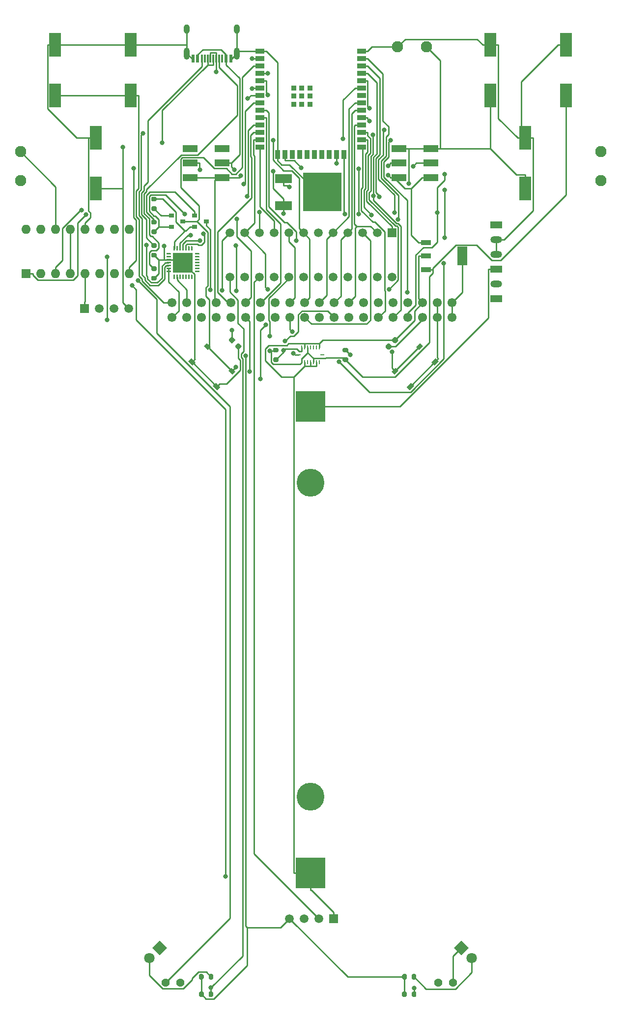
<source format=gbr>
%TF.GenerationSoftware,KiCad,Pcbnew,(5.1.9)-1*%
%TF.CreationDate,2022-05-19T12:20:12-04:00*%
%TF.ProjectId,esp32pcbbot,65737033-3270-4636-9262-6f742e6b6963,rev?*%
%TF.SameCoordinates,Original*%
%TF.FileFunction,Copper,L1,Top*%
%TF.FilePolarity,Positive*%
%FSLAX46Y46*%
G04 Gerber Fmt 4.6, Leading zero omitted, Abs format (unit mm)*
G04 Created by KiCad (PCBNEW (5.1.9)-1) date 2022-05-19 12:20:12*
%MOMM*%
%LPD*%
G01*
G04 APERTURE LIST*
%TA.AperFunction,SMDPad,CuDef*%
%ADD10R,3.000000X1.600000*%
%TD*%
%TA.AperFunction,SMDPad,CuDef*%
%ADD11R,6.700000X6.700000*%
%TD*%
%TA.AperFunction,ComponentPad*%
%ADD12C,4.800000*%
%TD*%
%TA.AperFunction,SMDPad,CuDef*%
%ADD13R,5.120000X5.300000*%
%TD*%
%TA.AperFunction,ComponentPad*%
%ADD14C,1.500000*%
%TD*%
%TA.AperFunction,ComponentPad*%
%ADD15R,1.500000X1.500000*%
%TD*%
%TA.AperFunction,SMDPad,CuDef*%
%ADD16C,0.100000*%
%TD*%
%TA.AperFunction,SMDPad,CuDef*%
%ADD17R,2.500000X1.200000*%
%TD*%
%TA.AperFunction,ComponentPad*%
%ADD18C,1.550000*%
%TD*%
%TA.AperFunction,ComponentPad*%
%ADD19C,1.950000*%
%TD*%
%TA.AperFunction,SMDPad,CuDef*%
%ADD20R,0.675000X0.250000*%
%TD*%
%TA.AperFunction,SMDPad,CuDef*%
%ADD21R,0.250000X0.675000*%
%TD*%
%TA.AperFunction,SMDPad,CuDef*%
%ADD22R,2.000000X4.100000*%
%TD*%
%TA.AperFunction,ComponentPad*%
%ADD23C,1.800000*%
%TD*%
%TA.AperFunction,ComponentPad*%
%ADD24C,0.100000*%
%TD*%
%TA.AperFunction,SMDPad,CuDef*%
%ADD25R,1.750000X3.200000*%
%TD*%
%TA.AperFunction,SMDPad,CuDef*%
%ADD26R,1.750000X0.950000*%
%TD*%
%TA.AperFunction,SMDPad,CuDef*%
%ADD27R,0.600000X1.450000*%
%TD*%
%TA.AperFunction,SMDPad,CuDef*%
%ADD28R,0.300000X1.450000*%
%TD*%
%TA.AperFunction,ComponentPad*%
%ADD29O,1.000000X2.100000*%
%TD*%
%TA.AperFunction,ComponentPad*%
%ADD30O,1.000000X1.600000*%
%TD*%
%TA.AperFunction,ComponentPad*%
%ADD31O,1.600000X1.600000*%
%TD*%
%TA.AperFunction,ComponentPad*%
%ADD32R,1.600000X1.600000*%
%TD*%
%TA.AperFunction,SMDPad,CuDef*%
%ADD33R,3.350000X3.350000*%
%TD*%
%TA.AperFunction,SMDPad,CuDef*%
%ADD34R,0.900000X0.900000*%
%TD*%
%TA.AperFunction,SMDPad,CuDef*%
%ADD35R,1.500000X0.900000*%
%TD*%
%TA.AperFunction,SMDPad,CuDef*%
%ADD36R,0.900000X1.500000*%
%TD*%
%TA.AperFunction,ComponentPad*%
%ADD37C,1.431000*%
%TD*%
%TA.AperFunction,SMDPad,CuDef*%
%ADD38R,0.900000X0.800000*%
%TD*%
%TA.AperFunction,ComponentPad*%
%ADD39R,2.000000X1.200000*%
%TD*%
%TA.AperFunction,ComponentPad*%
%ADD40O,2.000000X1.200000*%
%TD*%
%TA.AperFunction,ViaPad*%
%ADD41C,0.800000*%
%TD*%
%TA.AperFunction,Conductor*%
%ADD42C,0.250000*%
%TD*%
G04 APERTURE END LIST*
D10*
%TO.P,VR2,3*%
%TO.N,VBUS*%
X85350000Y-57300000D03*
D11*
%TO.P,VR2,2*%
%TO.N,GND*%
X92000000Y-55000000D03*
D10*
%TO.P,VR2,1*%
%TO.N,VCC*%
X85350000Y-52700000D03*
%TD*%
D12*
%TO.P,U4,MH2*%
%TO.N,Net-(U4-PadMH2)*%
X90000000Y-159000000D03*
%TO.P,U4,MH1*%
%TO.N,Net-(U4-PadMH1)*%
X90000000Y-105000000D03*
D13*
%TO.P,U4,2*%
%TO.N,GND*%
X90000000Y-172100000D03*
%TO.P,U4,1*%
%TO.N,Net-(B1-Pad4)*%
X90000000Y-91900000D03*
%TD*%
D14*
%TO.P,S5,24*%
%TO.N,12Y*%
X76060000Y-69620000D03*
%TO.P,S5,23*%
%TO.N,12A*%
X76060000Y-62000000D03*
%TO.P,S5,22*%
%TO.N,11Y*%
X78600000Y-69620000D03*
%TO.P,S5,21*%
%TO.N,11A*%
X78600000Y-62000000D03*
%TO.P,S5,20*%
%TO.N,10Y*%
X81140000Y-69620000D03*
%TO.P,S5,19*%
%TO.N,10A*%
X81140000Y-62000000D03*
%TO.P,S5,18*%
%TO.N,9Y*%
X83680000Y-69620000D03*
%TO.P,S5,17*%
%TO.N,9A*%
X83680000Y-62000000D03*
%TO.P,S5,16*%
%TO.N,8Y*%
X86220000Y-69620000D03*
%TO.P,S5,15*%
%TO.N,8A*%
X86220000Y-62000000D03*
%TO.P,S5,14*%
%TO.N,7Y*%
X88760000Y-69620000D03*
%TO.P,S5,13*%
%TO.N,7A*%
X88760000Y-62000000D03*
%TO.P,S5,12*%
%TO.N,Net-(S5-Pad12)*%
X91300000Y-69620000D03*
%TO.P,S5,11*%
%TO.N,Net-(J5-Pad23)*%
X91300000Y-62000000D03*
%TO.P,S5,10*%
%TO.N,Net-(S5-Pad10)*%
X93840000Y-69620000D03*
%TO.P,S5,9*%
%TO.N,Net-(J5-Pad20)*%
X93840000Y-62000000D03*
%TO.P,S5,8*%
%TO.N,Net-(S5-Pad8)*%
X96380000Y-69620000D03*
%TO.P,S5,7*%
%TO.N,Net-(J5-Pad18)*%
X96380000Y-62000000D03*
%TO.P,S5,6*%
%TO.N,Net-(S5-Pad6)*%
X98920000Y-69620000D03*
%TO.P,S5,5*%
%TO.N,Net-(J5-Pad21)*%
X98920000Y-62000000D03*
%TO.P,S5,4*%
%TO.N,Net-(S5-Pad4)*%
X101460000Y-69620000D03*
%TO.P,S5,3*%
%TO.N,Net-(J5-Pad16)*%
X101460000Y-62000000D03*
%TO.P,S5,2*%
%TO.N,Net-(S5-Pad2)*%
X104000000Y-69620000D03*
D15*
%TO.P,S5,1*%
%TO.N,Net-(J5-Pad14)*%
X104000000Y-62000000D03*
%TD*%
%TA.AperFunction,SMDPad,CuDef*%
D16*
%TO.P,S4,D1*%
%TO.N,GND*%
G36*
X112065864Y-84116117D02*
G01*
X111358758Y-84823223D01*
X110828428Y-84292893D01*
X111535534Y-83585787D01*
X112065864Y-84116117D01*
G37*
%TD.AperFunction*%
%TA.AperFunction,SMDPad,CuDef*%
%TO.P,S4,C1*%
G36*
X107823223Y-88358758D02*
G01*
X107116117Y-89065864D01*
X106585787Y-88535534D01*
X107292893Y-87828428D01*
X107823223Y-88358758D01*
G37*
%TD.AperFunction*%
%TA.AperFunction,SMDPad,CuDef*%
%TO.P,S4,B1*%
%TO.N,BOOT*%
G36*
X109414213Y-81464466D02*
G01*
X108707107Y-82171572D01*
X108176777Y-81641242D01*
X108883883Y-80934136D01*
X109414213Y-81464466D01*
G37*
%TD.AperFunction*%
%TA.AperFunction,SMDPad,CuDef*%
%TO.P,S4,A1*%
G36*
X105171572Y-85707107D02*
G01*
X104464466Y-86414213D01*
X103934136Y-85883883D01*
X104641242Y-85176777D01*
X105171572Y-85707107D01*
G37*
%TD.AperFunction*%
%TD*%
%TA.AperFunction,SMDPad,CuDef*%
%TO.P,S3,D1*%
%TO.N,GND*%
G36*
X73883883Y-89065864D02*
G01*
X73176777Y-88358758D01*
X73707107Y-87828428D01*
X74414213Y-88535534D01*
X73883883Y-89065864D01*
G37*
%TD.AperFunction*%
%TA.AperFunction,SMDPad,CuDef*%
%TO.P,S3,C1*%
G36*
X69641242Y-84823223D02*
G01*
X68934136Y-84116117D01*
X69464466Y-83585787D01*
X70171572Y-84292893D01*
X69641242Y-84823223D01*
G37*
%TD.AperFunction*%
%TA.AperFunction,SMDPad,CuDef*%
%TO.P,S3,B1*%
%TO.N,EN*%
G36*
X76535534Y-86414213D02*
G01*
X75828428Y-85707107D01*
X76358758Y-85176777D01*
X77065864Y-85883883D01*
X76535534Y-86414213D01*
G37*
%TD.AperFunction*%
%TA.AperFunction,SMDPad,CuDef*%
%TO.P,S3,A1*%
G36*
X72292893Y-82171572D02*
G01*
X71585787Y-81464466D01*
X72116117Y-80934136D01*
X72823223Y-81641242D01*
X72292893Y-82171572D01*
G37*
%TD.AperFunction*%
%TD*%
D17*
%TO.P,S2,6*%
%TO.N,VCC*%
X110750000Y-47500000D03*
%TO.P,S2,5*%
%TO.N,Net-(S2-Pad5)*%
X110750000Y-50000000D03*
%TO.P,S2,4*%
%TO.N,+5V*%
X110750000Y-52500000D03*
%TO.P,S2,3*%
X105250000Y-52500000D03*
%TO.P,S2,2*%
%TO.N,Net-(S2-Pad2)*%
X105250000Y-50000000D03*
%TO.P,S2,1*%
%TO.N,VCC*%
X105250000Y-47500000D03*
%TD*%
%TO.P,S1,6*%
%TO.N,+5V*%
X69250000Y-52500000D03*
%TO.P,S1,5*%
%TO.N,+BATT*%
X69250000Y-50000000D03*
%TO.P,S1,4*%
%TO.N,Net-(S1-Pad4)*%
X69250000Y-47500000D03*
%TO.P,S1,3*%
%TO.N,Net-(S1-Pad3)*%
X74750000Y-47500000D03*
%TO.P,S1,2*%
%TO.N,VBUS*%
X74750000Y-50000000D03*
%TO.P,S1,1*%
%TO.N,+5V*%
X74750000Y-52500000D03*
%TD*%
D14*
%TO.P,J6,4*%
%TO.N,+3V3*%
X58620000Y-75000000D03*
%TO.P,J6,3*%
%TO.N,8Y*%
X56080000Y-75000000D03*
%TO.P,J6,2*%
%TO.N,7Y*%
X53540000Y-75000000D03*
D15*
%TO.P,J6,1*%
%TO.N,GND*%
X51000000Y-75000000D03*
%TD*%
D18*
%TO.P,J5,40*%
%TO.N,+5V*%
X66140000Y-74000000D03*
%TO.P,J5,39*%
%TO.N,+3V3*%
X66140000Y-76540000D03*
%TO.P,J5,38*%
%TO.N,+5V*%
X68680000Y-74000000D03*
%TO.P,J5,37*%
%TO.N,+3V3*%
X68680000Y-76540000D03*
%TO.P,J5,36*%
%TO.N,+5V*%
X71220000Y-74000000D03*
%TO.P,J5,35*%
%TO.N,+3V3*%
X71220000Y-76540000D03*
%TO.P,J5,34*%
%TO.N,+5V*%
X73760000Y-74000000D03*
%TO.P,J5,33*%
%TO.N,+3V3*%
X73760000Y-76540000D03*
%TO.P,J5,32*%
%TO.N,Net-(J5-Pad32)*%
X76300000Y-74000000D03*
%TO.P,J5,31*%
%TO.N,12A*%
X76300000Y-76540000D03*
%TO.P,J5,30*%
%TO.N,Net-(J5-Pad30)*%
X78840000Y-74000000D03*
%TO.P,J5,29*%
%TO.N,10A*%
X78840000Y-76540000D03*
%TO.P,J5,28*%
%TO.N,Net-(J5-Pad28)*%
X81380000Y-74000000D03*
%TO.P,J5,27*%
%TO.N,9A*%
X81380000Y-76540000D03*
%TO.P,J5,26*%
%TO.N,Net-(J5-Pad26)*%
X83920000Y-74000000D03*
%TO.P,J5,25*%
%TO.N,11A*%
X83920000Y-76540000D03*
%TO.P,J5,24*%
%TO.N,8A*%
X86460000Y-74000000D03*
%TO.P,J5,23*%
%TO.N,Net-(J5-Pad23)*%
X86460000Y-76540000D03*
%TO.P,J5,22*%
%TO.N,7A*%
X89000000Y-74000000D03*
%TO.P,J5,21*%
%TO.N,Net-(J5-Pad21)*%
X89000000Y-76540000D03*
%TO.P,J5,20*%
%TO.N,Net-(J5-Pad20)*%
X91540000Y-74000000D03*
%TO.P,J5,19*%
%TO.N,Net-(J5-Pad19)*%
X91540000Y-76540000D03*
%TO.P,J5,18*%
%TO.N,Net-(J5-Pad18)*%
X94080000Y-74000000D03*
%TO.P,J5,17*%
%TO.N,Net-(J5-Pad17)*%
X94080000Y-76540000D03*
%TO.P,J5,16*%
%TO.N,Net-(J5-Pad16)*%
X96620000Y-74000000D03*
%TO.P,J5,15*%
%TO.N,Net-(J5-Pad15)*%
X96620000Y-76540000D03*
%TO.P,J5,14*%
%TO.N,Net-(J5-Pad14)*%
X99160000Y-74000000D03*
%TO.P,J5,13*%
%TO.N,Net-(J5-Pad13)*%
X99160000Y-76540000D03*
%TO.P,J5,12*%
%TO.N,Net-(J5-Pad12)*%
X101700000Y-74000000D03*
%TO.P,J5,11*%
%TO.N,BOOT*%
X101700000Y-76540000D03*
%TO.P,J5,10*%
%TO.N,Net-(J5-Pad10)*%
X104240000Y-74000000D03*
%TO.P,J5,9*%
%TO.N,Net-(J5-Pad9)*%
X104240000Y-76540000D03*
%TO.P,J5,8*%
%TO.N,Net-(J5-Pad8)*%
X106780000Y-74000000D03*
%TO.P,J5,7*%
%TO.N,Net-(J5-Pad7)*%
X106780000Y-76540000D03*
%TO.P,J5,6*%
%TO.N,GND*%
X109320000Y-74000000D03*
%TO.P,J5,5*%
%TO.N,EN*%
X109320000Y-76540000D03*
%TO.P,J5,4*%
%TO.N,GND*%
X111860000Y-74000000D03*
%TO.P,J5,3*%
X111860000Y-76540000D03*
%TO.P,J5,2*%
X114400000Y-74000000D03*
%TO.P,J5,1*%
X114400000Y-76540000D03*
%TD*%
D14*
%TO.P,J4,4*%
%TO.N,+5V*%
X86380000Y-180000000D03*
%TO.P,J4,3*%
%TO.N,9Y*%
X88920000Y-180000000D03*
%TO.P,J4,2*%
%TO.N,10Y*%
X91460000Y-180000000D03*
D15*
%TO.P,J4,1*%
%TO.N,GND*%
X94000000Y-180000000D03*
%TD*%
D19*
%TO.P,J3,2*%
%TO.N,VCC*%
X110000000Y-30000000D03*
%TO.P,J3,1*%
%TO.N,GND*%
X105000000Y-30000000D03*
%TD*%
%TO.P,J2,2*%
%TO.N,M2B*%
X40000000Y-48000000D03*
%TO.P,J2,1*%
%TO.N,M2A*%
X40000000Y-53000000D03*
%TD*%
%TO.P,J1,2*%
%TO.N,M1B*%
X140000000Y-53000000D03*
%TO.P,J1,1*%
%TO.N,M1A*%
X140000000Y-48000000D03*
%TD*%
D20*
%TO.P,IC1,16*%
%TO.N,Net-(IC1-Pad16)*%
X92012500Y-83000000D03*
D21*
%TO.P,IC1,15*%
%TO.N,GND*%
X91500000Y-81737500D03*
%TO.P,IC1,14*%
%TO.N,Net-(IC1-Pad14)*%
X91000000Y-81737500D03*
%TO.P,IC1,13*%
%TO.N,Net-(IC1-Pad13)*%
X90500000Y-81737500D03*
%TO.P,IC1,12*%
%TO.N,Net-(IC1-Pad12)*%
X90000000Y-81737500D03*
%TO.P,IC1,11*%
%TO.N,+3V3*%
X89500000Y-81737500D03*
%TO.P,IC1,10*%
%TO.N,GND*%
X89000000Y-81737500D03*
%TO.P,IC1,9*%
%TO.N,7Y*%
X88500000Y-81737500D03*
D20*
%TO.P,IC1,8*%
%TO.N,8Y*%
X87987500Y-83000000D03*
D21*
%TO.P,IC1,7*%
%TO.N,+3V3*%
X88500000Y-84262500D03*
%TO.P,IC1,6*%
%TO.N,GND*%
X89000000Y-84262500D03*
%TO.P,IC1,5*%
%TO.N,Net-(IC1-Pad5)*%
X89500000Y-84262500D03*
%TO.P,IC1,4*%
%TO.N,GND*%
X90000000Y-84262500D03*
%TO.P,IC1,3*%
%TO.N,+3V3*%
X90500000Y-84262500D03*
%TO.P,IC1,2*%
%TO.N,GND*%
X91000000Y-84262500D03*
%TO.P,IC1,1*%
%TO.N,Net-(IC1-Pad1)*%
X91500000Y-84262500D03*
%TD*%
D22*
%TO.P,C8,2*%
%TO.N,GND*%
X127000000Y-45650000D03*
%TO.P,C8,1*%
%TO.N,VCC*%
X127000000Y-54350000D03*
%TD*%
%TO.P,C7,2*%
%TO.N,GND*%
X121000000Y-29650000D03*
%TO.P,C7,1*%
%TO.N,VCC*%
X121000000Y-38350000D03*
%TD*%
%TO.P,C6,2*%
%TO.N,GND*%
X46000000Y-29650000D03*
%TO.P,C6,1*%
%TO.N,+5V*%
X46000000Y-38350000D03*
%TD*%
%TO.P,C5,2*%
%TO.N,GND*%
X59000000Y-29650000D03*
%TO.P,C5,1*%
%TO.N,+5V*%
X59000000Y-38350000D03*
%TD*%
%TO.P,C4,2*%
%TO.N,GND*%
X134000000Y-29650000D03*
%TO.P,C4,1*%
%TO.N,+3V3*%
X134000000Y-38350000D03*
%TD*%
%TO.P,C3,2*%
%TO.N,GND*%
X53000000Y-45650000D03*
%TO.P,C3,1*%
%TO.N,+3V3*%
X53000000Y-54350000D03*
%TD*%
%TO.P,C2,2*%
%TO.N,GND*%
%TA.AperFunction,SMDPad,CuDef*%
G36*
G01*
X77053033Y-81406587D02*
X77406587Y-81053033D01*
G75*
G02*
X77724785Y-81053033I159099J-159099D01*
G01*
X78042983Y-81371231D01*
G75*
G02*
X78042983Y-81689429I-159099J-159099D01*
G01*
X77689429Y-82042983D01*
G75*
G02*
X77371231Y-82042983I-159099J159099D01*
G01*
X77053033Y-81724785D01*
G75*
G02*
X77053033Y-81406587I159099J159099D01*
G01*
G37*
%TD.AperFunction*%
%TO.P,C2,1*%
%TO.N,BOOT*%
%TA.AperFunction,SMDPad,CuDef*%
G36*
G01*
X75957017Y-80310571D02*
X76310571Y-79957017D01*
G75*
G02*
X76628769Y-79957017I159099J-159099D01*
G01*
X76946967Y-80275215D01*
G75*
G02*
X76946967Y-80593413I-159099J-159099D01*
G01*
X76593413Y-80946967D01*
G75*
G02*
X76275215Y-80946967I-159099J159099D01*
G01*
X75957017Y-80628769D01*
G75*
G02*
X75957017Y-80310571I159099J159099D01*
G01*
G37*
%TD.AperFunction*%
%TD*%
%TO.P,C1,2*%
%TO.N,GND*%
%TA.AperFunction,SMDPad,CuDef*%
G36*
G01*
X104406587Y-80946967D02*
X104053033Y-80593413D01*
G75*
G02*
X104053033Y-80275215I159099J159099D01*
G01*
X104371231Y-79957017D01*
G75*
G02*
X104689429Y-79957017I159099J-159099D01*
G01*
X105042983Y-80310571D01*
G75*
G02*
X105042983Y-80628769I-159099J-159099D01*
G01*
X104724785Y-80946967D01*
G75*
G02*
X104406587Y-80946967I-159099J159099D01*
G01*
G37*
%TD.AperFunction*%
%TO.P,C1,1*%
%TO.N,EN*%
%TA.AperFunction,SMDPad,CuDef*%
G36*
G01*
X103310571Y-82042983D02*
X102957017Y-81689429D01*
G75*
G02*
X102957017Y-81371231I159099J159099D01*
G01*
X103275215Y-81053033D01*
G75*
G02*
X103593413Y-81053033I159099J-159099D01*
G01*
X103946967Y-81406587D01*
G75*
G02*
X103946967Y-81724785I-159099J-159099D01*
G01*
X103628769Y-82042983D01*
G75*
G02*
X103310571Y-82042983I-159099J159099D01*
G01*
G37*
%TD.AperFunction*%
%TD*%
D23*
%TO.P,D2,2*%
%TO.N,Net-(D2-Pad2)*%
X62203949Y-186796051D03*
%TA.AperFunction,ComponentPad*%
D24*
%TO.P,D2,1*%
%TO.N,GND*%
G36*
X64000000Y-183727208D02*
G01*
X65272792Y-185000000D01*
X64000000Y-186272792D01*
X62727208Y-185000000D01*
X64000000Y-183727208D01*
G37*
%TD.AperFunction*%
%TD*%
D23*
%TO.P,D1,2*%
%TO.N,Net-(D1-Pad2)*%
X117796051Y-186796051D03*
%TA.AperFunction,ComponentPad*%
D24*
%TO.P,D1,1*%
%TO.N,GND*%
G36*
X114727208Y-185000000D02*
G01*
X116000000Y-183727208D01*
X117272792Y-185000000D01*
X116000000Y-186272792D01*
X114727208Y-185000000D01*
G37*
%TD.AperFunction*%
%TD*%
D25*
%TO.P,VR1,4*%
%TO.N,GND*%
X116150000Y-66000000D03*
D26*
%TO.P,VR1,3*%
%TO.N,+3V3*%
X109850000Y-68300000D03*
%TO.P,VR1,2*%
%TO.N,GND*%
X109850000Y-66000000D03*
%TO.P,VR1,1*%
%TO.N,+5V*%
X109850000Y-63700000D03*
%TD*%
D27*
%TO.P,USB1,B1*%
%TO.N,GND*%
X69750000Y-32045000D03*
%TO.P,USB1,A9*%
%TO.N,VBUS*%
X70550000Y-32045000D03*
%TO.P,USB1,B9*%
X75450000Y-32045000D03*
%TO.P,USB1,B12*%
%TO.N,GND*%
X76250000Y-32045000D03*
%TO.P,USB1,A1*%
X76250000Y-32045000D03*
%TO.P,USB1,A4*%
%TO.N,VBUS*%
X75450000Y-32045000D03*
%TO.P,USB1,B4*%
X70550000Y-32045000D03*
%TO.P,USB1,A12*%
%TO.N,GND*%
X69750000Y-32045000D03*
D28*
%TO.P,USB1,B8*%
%TO.N,Net-(USB1-PadB8)*%
X74750000Y-32045000D03*
%TO.P,USB1,A5*%
%TO.N,Net-(R1-Pad1)*%
X74250000Y-32045000D03*
%TO.P,USB1,B7*%
%TO.N,Net-(U2-Pad5)*%
X73750000Y-32045000D03*
%TO.P,USB1,A7*%
X72750000Y-32045000D03*
%TO.P,USB1,B6*%
%TO.N,Net-(U2-Pad4)*%
X72250000Y-32045000D03*
%TO.P,USB1,A8*%
%TO.N,Net-(USB1-PadA8)*%
X71750000Y-32045000D03*
%TO.P,USB1,B5*%
%TO.N,Net-(R2-Pad1)*%
X71250000Y-32045000D03*
%TO.P,USB1,A6*%
%TO.N,Net-(U2-Pad4)*%
X73250000Y-32045000D03*
D29*
%TO.P,USB1,S2*%
%TO.N,GND*%
X68680000Y-31130000D03*
%TO.P,USB1,S1*%
X77320000Y-31130000D03*
D30*
%TO.P,USB1,S3*%
X77320000Y-26950000D03*
%TO.P,USB1,S4*%
X68680000Y-26950000D03*
%TD*%
D31*
%TO.P,U3,16*%
%TO.N,Net-(S2-Pad2)*%
X41000000Y-61380000D03*
%TO.P,U3,8*%
%TO.N,Net-(S2-Pad5)*%
X58780000Y-69000000D03*
%TO.P,U3,15*%
%TO.N,Net-(S5-Pad10)*%
X43540000Y-61380000D03*
%TO.P,U3,7*%
%TO.N,Net-(S5-Pad4)*%
X56240000Y-69000000D03*
%TO.P,U3,14*%
%TO.N,M2B*%
X46080000Y-61380000D03*
%TO.P,U3,6*%
%TO.N,M1B*%
X53700000Y-69000000D03*
%TO.P,U3,13*%
%TO.N,GND*%
X48620000Y-61380000D03*
%TO.P,U3,5*%
X51160000Y-69000000D03*
%TO.P,U3,12*%
X51160000Y-61380000D03*
%TO.P,U3,4*%
X48620000Y-69000000D03*
%TO.P,U3,11*%
%TO.N,M2A*%
X53700000Y-61380000D03*
%TO.P,U3,3*%
%TO.N,M1A*%
X46080000Y-69000000D03*
%TO.P,U3,10*%
%TO.N,Net-(S5-Pad8)*%
X56240000Y-61380000D03*
%TO.P,U3,2*%
%TO.N,Net-(S5-Pad2)*%
X43540000Y-69000000D03*
%TO.P,U3,9*%
%TO.N,Net-(S5-Pad12)*%
X58780000Y-61380000D03*
D32*
%TO.P,U3,1*%
%TO.N,Net-(S5-Pad6)*%
X41000000Y-69000000D03*
%TD*%
D33*
%TO.P,U2,29*%
%TO.N,GND*%
X68000000Y-67120000D03*
%TO.P,U2,28*%
%TO.N,Net-(Q1-Pad2)*%
%TA.AperFunction,SMDPad,CuDef*%
G36*
G01*
X66375000Y-65007500D02*
X66375000Y-64332500D01*
G75*
G02*
X66437500Y-64270000I62500J0D01*
G01*
X66562500Y-64270000D01*
G75*
G02*
X66625000Y-64332500I0J-62500D01*
G01*
X66625000Y-65007500D01*
G75*
G02*
X66562500Y-65070000I-62500J0D01*
G01*
X66437500Y-65070000D01*
G75*
G02*
X66375000Y-65007500I0J62500D01*
G01*
G37*
%TD.AperFunction*%
%TO.P,U2,27*%
%TO.N,Net-(U2-Pad27)*%
%TA.AperFunction,SMDPad,CuDef*%
G36*
G01*
X66875000Y-65007500D02*
X66875000Y-64332500D01*
G75*
G02*
X66937500Y-64270000I62500J0D01*
G01*
X67062500Y-64270000D01*
G75*
G02*
X67125000Y-64332500I0J-62500D01*
G01*
X67125000Y-65007500D01*
G75*
G02*
X67062500Y-65070000I-62500J0D01*
G01*
X66937500Y-65070000D01*
G75*
G02*
X66875000Y-65007500I0J62500D01*
G01*
G37*
%TD.AperFunction*%
%TO.P,U2,26*%
%TO.N,Net-(J5-Pad7)*%
%TA.AperFunction,SMDPad,CuDef*%
G36*
G01*
X67375000Y-65007500D02*
X67375000Y-64332500D01*
G75*
G02*
X67437500Y-64270000I62500J0D01*
G01*
X67562500Y-64270000D01*
G75*
G02*
X67625000Y-64332500I0J-62500D01*
G01*
X67625000Y-65007500D01*
G75*
G02*
X67562500Y-65070000I-62500J0D01*
G01*
X67437500Y-65070000D01*
G75*
G02*
X67375000Y-65007500I0J62500D01*
G01*
G37*
%TD.AperFunction*%
%TO.P,U2,25*%
%TO.N,Net-(J5-Pad9)*%
%TA.AperFunction,SMDPad,CuDef*%
G36*
G01*
X67875000Y-65007500D02*
X67875000Y-64332500D01*
G75*
G02*
X67937500Y-64270000I62500J0D01*
G01*
X68062500Y-64270000D01*
G75*
G02*
X68125000Y-64332500I0J-62500D01*
G01*
X68125000Y-65007500D01*
G75*
G02*
X68062500Y-65070000I-62500J0D01*
G01*
X67937500Y-65070000D01*
G75*
G02*
X67875000Y-65007500I0J62500D01*
G01*
G37*
%TD.AperFunction*%
%TO.P,U2,24*%
%TO.N,Net-(Q2-Pad2)*%
%TA.AperFunction,SMDPad,CuDef*%
G36*
G01*
X68375000Y-65007500D02*
X68375000Y-64332500D01*
G75*
G02*
X68437500Y-64270000I62500J0D01*
G01*
X68562500Y-64270000D01*
G75*
G02*
X68625000Y-64332500I0J-62500D01*
G01*
X68625000Y-65007500D01*
G75*
G02*
X68562500Y-65070000I-62500J0D01*
G01*
X68437500Y-65070000D01*
G75*
G02*
X68375000Y-65007500I0J62500D01*
G01*
G37*
%TD.AperFunction*%
%TO.P,U2,23*%
%TO.N,Net-(U2-Pad23)*%
%TA.AperFunction,SMDPad,CuDef*%
G36*
G01*
X68875000Y-65007500D02*
X68875000Y-64332500D01*
G75*
G02*
X68937500Y-64270000I62500J0D01*
G01*
X69062500Y-64270000D01*
G75*
G02*
X69125000Y-64332500I0J-62500D01*
G01*
X69125000Y-65007500D01*
G75*
G02*
X69062500Y-65070000I-62500J0D01*
G01*
X68937500Y-65070000D01*
G75*
G02*
X68875000Y-65007500I0J62500D01*
G01*
G37*
%TD.AperFunction*%
%TO.P,U2,22*%
%TO.N,Net-(U2-Pad22)*%
%TA.AperFunction,SMDPad,CuDef*%
G36*
G01*
X69375000Y-65007500D02*
X69375000Y-64332500D01*
G75*
G02*
X69437500Y-64270000I62500J0D01*
G01*
X69562500Y-64270000D01*
G75*
G02*
X69625000Y-64332500I0J-62500D01*
G01*
X69625000Y-65007500D01*
G75*
G02*
X69562500Y-65070000I-62500J0D01*
G01*
X69437500Y-65070000D01*
G75*
G02*
X69375000Y-65007500I0J62500D01*
G01*
G37*
%TD.AperFunction*%
%TO.P,U2,21*%
%TO.N,Net-(U2-Pad21)*%
%TA.AperFunction,SMDPad,CuDef*%
G36*
G01*
X70050000Y-65682500D02*
X70050000Y-65557500D01*
G75*
G02*
X70112500Y-65495000I62500J0D01*
G01*
X70787500Y-65495000D01*
G75*
G02*
X70850000Y-65557500I0J-62500D01*
G01*
X70850000Y-65682500D01*
G75*
G02*
X70787500Y-65745000I-62500J0D01*
G01*
X70112500Y-65745000D01*
G75*
G02*
X70050000Y-65682500I0J62500D01*
G01*
G37*
%TD.AperFunction*%
%TO.P,U2,20*%
%TO.N,Net-(U2-Pad20)*%
%TA.AperFunction,SMDPad,CuDef*%
G36*
G01*
X70050000Y-66182500D02*
X70050000Y-66057500D01*
G75*
G02*
X70112500Y-65995000I62500J0D01*
G01*
X70787500Y-65995000D01*
G75*
G02*
X70850000Y-66057500I0J-62500D01*
G01*
X70850000Y-66182500D01*
G75*
G02*
X70787500Y-66245000I-62500J0D01*
G01*
X70112500Y-66245000D01*
G75*
G02*
X70050000Y-66182500I0J62500D01*
G01*
G37*
%TD.AperFunction*%
%TO.P,U2,19*%
%TO.N,Net-(U2-Pad19)*%
%TA.AperFunction,SMDPad,CuDef*%
G36*
G01*
X70050000Y-66682500D02*
X70050000Y-66557500D01*
G75*
G02*
X70112500Y-66495000I62500J0D01*
G01*
X70787500Y-66495000D01*
G75*
G02*
X70850000Y-66557500I0J-62500D01*
G01*
X70850000Y-66682500D01*
G75*
G02*
X70787500Y-66745000I-62500J0D01*
G01*
X70112500Y-66745000D01*
G75*
G02*
X70050000Y-66682500I0J62500D01*
G01*
G37*
%TD.AperFunction*%
%TO.P,U2,18*%
%TO.N,Net-(U2-Pad18)*%
%TA.AperFunction,SMDPad,CuDef*%
G36*
G01*
X70050000Y-67182500D02*
X70050000Y-67057500D01*
G75*
G02*
X70112500Y-66995000I62500J0D01*
G01*
X70787500Y-66995000D01*
G75*
G02*
X70850000Y-67057500I0J-62500D01*
G01*
X70850000Y-67182500D01*
G75*
G02*
X70787500Y-67245000I-62500J0D01*
G01*
X70112500Y-67245000D01*
G75*
G02*
X70050000Y-67182500I0J62500D01*
G01*
G37*
%TD.AperFunction*%
%TO.P,U2,17*%
%TO.N,Net-(U2-Pad17)*%
%TA.AperFunction,SMDPad,CuDef*%
G36*
G01*
X70050000Y-67682500D02*
X70050000Y-67557500D01*
G75*
G02*
X70112500Y-67495000I62500J0D01*
G01*
X70787500Y-67495000D01*
G75*
G02*
X70850000Y-67557500I0J-62500D01*
G01*
X70850000Y-67682500D01*
G75*
G02*
X70787500Y-67745000I-62500J0D01*
G01*
X70112500Y-67745000D01*
G75*
G02*
X70050000Y-67682500I0J62500D01*
G01*
G37*
%TD.AperFunction*%
%TO.P,U2,16*%
%TO.N,Net-(U2-Pad16)*%
%TA.AperFunction,SMDPad,CuDef*%
G36*
G01*
X70050000Y-68182500D02*
X70050000Y-68057500D01*
G75*
G02*
X70112500Y-67995000I62500J0D01*
G01*
X70787500Y-67995000D01*
G75*
G02*
X70850000Y-68057500I0J-62500D01*
G01*
X70850000Y-68182500D01*
G75*
G02*
X70787500Y-68245000I-62500J0D01*
G01*
X70112500Y-68245000D01*
G75*
G02*
X70050000Y-68182500I0J62500D01*
G01*
G37*
%TD.AperFunction*%
%TO.P,U2,15*%
%TO.N,Net-(U2-Pad15)*%
%TA.AperFunction,SMDPad,CuDef*%
G36*
G01*
X70050000Y-68682500D02*
X70050000Y-68557500D01*
G75*
G02*
X70112500Y-68495000I62500J0D01*
G01*
X70787500Y-68495000D01*
G75*
G02*
X70850000Y-68557500I0J-62500D01*
G01*
X70850000Y-68682500D01*
G75*
G02*
X70787500Y-68745000I-62500J0D01*
G01*
X70112500Y-68745000D01*
G75*
G02*
X70050000Y-68682500I0J62500D01*
G01*
G37*
%TD.AperFunction*%
%TO.P,U2,14*%
%TO.N,Net-(U2-Pad14)*%
%TA.AperFunction,SMDPad,CuDef*%
G36*
G01*
X69375000Y-69907500D02*
X69375000Y-69232500D01*
G75*
G02*
X69437500Y-69170000I62500J0D01*
G01*
X69562500Y-69170000D01*
G75*
G02*
X69625000Y-69232500I0J-62500D01*
G01*
X69625000Y-69907500D01*
G75*
G02*
X69562500Y-69970000I-62500J0D01*
G01*
X69437500Y-69970000D01*
G75*
G02*
X69375000Y-69907500I0J62500D01*
G01*
G37*
%TD.AperFunction*%
%TO.P,U2,13*%
%TO.N,Net-(U2-Pad13)*%
%TA.AperFunction,SMDPad,CuDef*%
G36*
G01*
X68875000Y-69907500D02*
X68875000Y-69232500D01*
G75*
G02*
X68937500Y-69170000I62500J0D01*
G01*
X69062500Y-69170000D01*
G75*
G02*
X69125000Y-69232500I0J-62500D01*
G01*
X69125000Y-69907500D01*
G75*
G02*
X69062500Y-69970000I-62500J0D01*
G01*
X68937500Y-69970000D01*
G75*
G02*
X68875000Y-69907500I0J62500D01*
G01*
G37*
%TD.AperFunction*%
%TO.P,U2,12*%
%TO.N,Net-(U2-Pad12)*%
%TA.AperFunction,SMDPad,CuDef*%
G36*
G01*
X68375000Y-69907500D02*
X68375000Y-69232500D01*
G75*
G02*
X68437500Y-69170000I62500J0D01*
G01*
X68562500Y-69170000D01*
G75*
G02*
X68625000Y-69232500I0J-62500D01*
G01*
X68625000Y-69907500D01*
G75*
G02*
X68562500Y-69970000I-62500J0D01*
G01*
X68437500Y-69970000D01*
G75*
G02*
X68375000Y-69907500I0J62500D01*
G01*
G37*
%TD.AperFunction*%
%TO.P,U2,11*%
%TO.N,Net-(U2-Pad11)*%
%TA.AperFunction,SMDPad,CuDef*%
G36*
G01*
X67875000Y-69907500D02*
X67875000Y-69232500D01*
G75*
G02*
X67937500Y-69170000I62500J0D01*
G01*
X68062500Y-69170000D01*
G75*
G02*
X68125000Y-69232500I0J-62500D01*
G01*
X68125000Y-69907500D01*
G75*
G02*
X68062500Y-69970000I-62500J0D01*
G01*
X67937500Y-69970000D01*
G75*
G02*
X67875000Y-69907500I0J62500D01*
G01*
G37*
%TD.AperFunction*%
%TO.P,U2,10*%
%TO.N,Net-(U2-Pad10)*%
%TA.AperFunction,SMDPad,CuDef*%
G36*
G01*
X67375000Y-69907500D02*
X67375000Y-69232500D01*
G75*
G02*
X67437500Y-69170000I62500J0D01*
G01*
X67562500Y-69170000D01*
G75*
G02*
X67625000Y-69232500I0J-62500D01*
G01*
X67625000Y-69907500D01*
G75*
G02*
X67562500Y-69970000I-62500J0D01*
G01*
X67437500Y-69970000D01*
G75*
G02*
X67375000Y-69907500I0J62500D01*
G01*
G37*
%TD.AperFunction*%
%TO.P,U2,9*%
%TO.N,+5V*%
%TA.AperFunction,SMDPad,CuDef*%
G36*
G01*
X66875000Y-69907500D02*
X66875000Y-69232500D01*
G75*
G02*
X66937500Y-69170000I62500J0D01*
G01*
X67062500Y-69170000D01*
G75*
G02*
X67125000Y-69232500I0J-62500D01*
G01*
X67125000Y-69907500D01*
G75*
G02*
X67062500Y-69970000I-62500J0D01*
G01*
X66937500Y-69970000D01*
G75*
G02*
X66875000Y-69907500I0J62500D01*
G01*
G37*
%TD.AperFunction*%
%TO.P,U2,8*%
%TO.N,Net-(U2-Pad8)*%
%TA.AperFunction,SMDPad,CuDef*%
G36*
G01*
X66375000Y-69907500D02*
X66375000Y-69232500D01*
G75*
G02*
X66437500Y-69170000I62500J0D01*
G01*
X66562500Y-69170000D01*
G75*
G02*
X66625000Y-69232500I0J-62500D01*
G01*
X66625000Y-69907500D01*
G75*
G02*
X66562500Y-69970000I-62500J0D01*
G01*
X66437500Y-69970000D01*
G75*
G02*
X66375000Y-69907500I0J62500D01*
G01*
G37*
%TD.AperFunction*%
%TO.P,U2,7*%
%TO.N,+3V3*%
%TA.AperFunction,SMDPad,CuDef*%
G36*
G01*
X65150000Y-68682500D02*
X65150000Y-68557500D01*
G75*
G02*
X65212500Y-68495000I62500J0D01*
G01*
X65887500Y-68495000D01*
G75*
G02*
X65950000Y-68557500I0J-62500D01*
G01*
X65950000Y-68682500D01*
G75*
G02*
X65887500Y-68745000I-62500J0D01*
G01*
X65212500Y-68745000D01*
G75*
G02*
X65150000Y-68682500I0J62500D01*
G01*
G37*
%TD.AperFunction*%
%TO.P,U2,6*%
%TA.AperFunction,SMDPad,CuDef*%
G36*
G01*
X65150000Y-68182500D02*
X65150000Y-68057500D01*
G75*
G02*
X65212500Y-67995000I62500J0D01*
G01*
X65887500Y-67995000D01*
G75*
G02*
X65950000Y-68057500I0J-62500D01*
G01*
X65950000Y-68182500D01*
G75*
G02*
X65887500Y-68245000I-62500J0D01*
G01*
X65212500Y-68245000D01*
G75*
G02*
X65150000Y-68182500I0J62500D01*
G01*
G37*
%TD.AperFunction*%
%TO.P,U2,5*%
%TO.N,Net-(U2-Pad5)*%
%TA.AperFunction,SMDPad,CuDef*%
G36*
G01*
X65150000Y-67682500D02*
X65150000Y-67557500D01*
G75*
G02*
X65212500Y-67495000I62500J0D01*
G01*
X65887500Y-67495000D01*
G75*
G02*
X65950000Y-67557500I0J-62500D01*
G01*
X65950000Y-67682500D01*
G75*
G02*
X65887500Y-67745000I-62500J0D01*
G01*
X65212500Y-67745000D01*
G75*
G02*
X65150000Y-67682500I0J62500D01*
G01*
G37*
%TD.AperFunction*%
%TO.P,U2,4*%
%TO.N,Net-(U2-Pad4)*%
%TA.AperFunction,SMDPad,CuDef*%
G36*
G01*
X65150000Y-67182500D02*
X65150000Y-67057500D01*
G75*
G02*
X65212500Y-66995000I62500J0D01*
G01*
X65887500Y-66995000D01*
G75*
G02*
X65950000Y-67057500I0J-62500D01*
G01*
X65950000Y-67182500D01*
G75*
G02*
X65887500Y-67245000I-62500J0D01*
G01*
X65212500Y-67245000D01*
G75*
G02*
X65150000Y-67182500I0J62500D01*
G01*
G37*
%TD.AperFunction*%
%TO.P,U2,3*%
%TO.N,GND*%
%TA.AperFunction,SMDPad,CuDef*%
G36*
G01*
X65150000Y-66682500D02*
X65150000Y-66557500D01*
G75*
G02*
X65212500Y-66495000I62500J0D01*
G01*
X65887500Y-66495000D01*
G75*
G02*
X65950000Y-66557500I0J-62500D01*
G01*
X65950000Y-66682500D01*
G75*
G02*
X65887500Y-66745000I-62500J0D01*
G01*
X65212500Y-66745000D01*
G75*
G02*
X65150000Y-66682500I0J62500D01*
G01*
G37*
%TD.AperFunction*%
%TO.P,U2,2*%
%TO.N,Net-(U2-Pad2)*%
%TA.AperFunction,SMDPad,CuDef*%
G36*
G01*
X65150000Y-66182500D02*
X65150000Y-66057500D01*
G75*
G02*
X65212500Y-65995000I62500J0D01*
G01*
X65887500Y-65995000D01*
G75*
G02*
X65950000Y-66057500I0J-62500D01*
G01*
X65950000Y-66182500D01*
G75*
G02*
X65887500Y-66245000I-62500J0D01*
G01*
X65212500Y-66245000D01*
G75*
G02*
X65150000Y-66182500I0J62500D01*
G01*
G37*
%TD.AperFunction*%
%TO.P,U2,1*%
%TO.N,Net-(U2-Pad1)*%
%TA.AperFunction,SMDPad,CuDef*%
G36*
G01*
X65150000Y-65682500D02*
X65150000Y-65557500D01*
G75*
G02*
X65212500Y-65495000I62500J0D01*
G01*
X65887500Y-65495000D01*
G75*
G02*
X65950000Y-65557500I0J-62500D01*
G01*
X65950000Y-65682500D01*
G75*
G02*
X65887500Y-65745000I-62500J0D01*
G01*
X65212500Y-65745000D01*
G75*
G02*
X65150000Y-65682500I0J62500D01*
G01*
G37*
%TD.AperFunction*%
%TD*%
D34*
%TO.P,U1,47*%
%TO.N,N/C*%
X87100000Y-39860000D03*
%TO.P,U1,46*%
X87100000Y-38460000D03*
%TO.P,U1,45*%
X87100000Y-37060000D03*
%TO.P,U1,44*%
X88500000Y-37060000D03*
%TO.P,U1,43*%
X89900000Y-37060000D03*
%TO.P,U1,42*%
X89900000Y-38460000D03*
%TO.P,U1,41*%
X89900000Y-39860000D03*
%TO.P,U1,40*%
X88500000Y-39860000D03*
%TO.P,U1,39*%
X88500000Y-38460000D03*
D35*
%TO.P,U1,38*%
%TO.N,GND*%
X98750000Y-30740000D03*
%TO.P,U1,37*%
%TO.N,Net-(J5-Pad26)*%
X98750000Y-32010000D03*
%TO.P,U1,36*%
%TO.N,8A*%
X98750000Y-33280000D03*
%TO.P,U1,35*%
%TO.N,Net-(J5-Pad9)*%
X98750000Y-34550000D03*
%TO.P,U1,34*%
%TO.N,Net-(J5-Pad7)*%
X98750000Y-35820000D03*
%TO.P,U1,33*%
%TO.N,7A*%
X98750000Y-37090000D03*
%TO.P,U1,32*%
%TO.N,Net-(U1-Pad32)*%
X98750000Y-38360000D03*
%TO.P,U1,31*%
%TO.N,Net-(J5-Pad20)*%
X98750000Y-39630000D03*
%TO.P,U1,30*%
%TO.N,Net-(J5-Pad18)*%
X98750000Y-40900000D03*
%TO.P,U1,29*%
%TO.N,Net-(J5-Pad12)*%
X98750000Y-42170000D03*
%TO.P,U1,28*%
%TO.N,Net-(J5-Pad16)*%
X98750000Y-43440000D03*
%TO.P,U1,27*%
%TO.N,Net-(J5-Pad14)*%
X98750000Y-44710000D03*
%TO.P,U1,26*%
%TO.N,Net-(J5-Pad10)*%
X98750000Y-45980000D03*
%TO.P,U1,25*%
%TO.N,BOOT*%
X98750000Y-47250000D03*
D36*
%TO.P,U1,24*%
%TO.N,Net-(J5-Pad8)*%
X95720000Y-48500000D03*
%TO.P,U1,23*%
%TO.N,12A*%
X94450000Y-48500000D03*
%TO.P,U1,22*%
%TO.N,Net-(U1-Pad22)*%
X93180000Y-48500000D03*
%TO.P,U1,21*%
%TO.N,Net-(U1-Pad21)*%
X91910000Y-48500000D03*
%TO.P,U1,20*%
%TO.N,Net-(U1-Pad20)*%
X90640000Y-48500000D03*
%TO.P,U1,19*%
%TO.N,Net-(U1-Pad19)*%
X89370000Y-48500000D03*
%TO.P,U1,18*%
%TO.N,Net-(U1-Pad18)*%
X88100000Y-48500000D03*
%TO.P,U1,17*%
%TO.N,Net-(U1-Pad17)*%
X86830000Y-48500000D03*
%TO.P,U1,16*%
%TO.N,10A*%
X85560000Y-48500000D03*
%TO.P,U1,15*%
%TO.N,GND*%
X84290000Y-48500000D03*
D35*
%TO.P,U1,14*%
%TO.N,9A*%
X81250000Y-47250000D03*
%TO.P,U1,13*%
%TO.N,11A*%
X81250000Y-45980000D03*
%TO.P,U1,12*%
%TO.N,Net-(J5-Pad32)*%
X81250000Y-44710000D03*
%TO.P,U1,11*%
%TO.N,Net-(J5-Pad30)*%
X81250000Y-43440000D03*
%TO.P,U1,10*%
%TO.N,Net-(J5-Pad28)*%
X81250000Y-42170000D03*
%TO.P,U1,9*%
%TO.N,Net-(J5-Pad23)*%
X81250000Y-40900000D03*
%TO.P,U1,8*%
%TO.N,Net-(J5-Pad21)*%
X81250000Y-39630000D03*
%TO.P,U1,7*%
%TO.N,Net-(J5-Pad19)*%
X81250000Y-38360000D03*
%TO.P,U1,6*%
%TO.N,Net-(J5-Pad17)*%
X81250000Y-37090000D03*
%TO.P,U1,5*%
%TO.N,Net-(J5-Pad15)*%
X81250000Y-35820000D03*
%TO.P,U1,4*%
%TO.N,Net-(J5-Pad13)*%
X81250000Y-34550000D03*
%TO.P,U1,3*%
%TO.N,EN*%
X81250000Y-33280000D03*
%TO.P,U1,2*%
%TO.N,+3V3*%
X81250000Y-32010000D03*
%TO.P,U1,1*%
%TO.N,GND*%
X81250000Y-30740000D03*
%TD*%
%TO.P,R10,2*%
%TO.N,Net-(D1-Pad2)*%
%TA.AperFunction,SMDPad,CuDef*%
G36*
G01*
X107425000Y-190275000D02*
X107425000Y-189725000D01*
G75*
G02*
X107625000Y-189525000I200000J0D01*
G01*
X108025000Y-189525000D01*
G75*
G02*
X108225000Y-189725000I0J-200000D01*
G01*
X108225000Y-190275000D01*
G75*
G02*
X108025000Y-190475000I-200000J0D01*
G01*
X107625000Y-190475000D01*
G75*
G02*
X107425000Y-190275000I0J200000D01*
G01*
G37*
%TD.AperFunction*%
%TO.P,R10,1*%
%TO.N,+5V*%
%TA.AperFunction,SMDPad,CuDef*%
G36*
G01*
X105775000Y-190275000D02*
X105775000Y-189725000D01*
G75*
G02*
X105975000Y-189525000I200000J0D01*
G01*
X106375000Y-189525000D01*
G75*
G02*
X106575000Y-189725000I0J-200000D01*
G01*
X106575000Y-190275000D01*
G75*
G02*
X106375000Y-190475000I-200000J0D01*
G01*
X105975000Y-190475000D01*
G75*
G02*
X105775000Y-190275000I0J200000D01*
G01*
G37*
%TD.AperFunction*%
%TD*%
%TO.P,R9,2*%
%TO.N,11Y*%
%TA.AperFunction,SMDPad,CuDef*%
G36*
G01*
X107425000Y-193275000D02*
X107425000Y-192725000D01*
G75*
G02*
X107625000Y-192525000I200000J0D01*
G01*
X108025000Y-192525000D01*
G75*
G02*
X108225000Y-192725000I0J-200000D01*
G01*
X108225000Y-193275000D01*
G75*
G02*
X108025000Y-193475000I-200000J0D01*
G01*
X107625000Y-193475000D01*
G75*
G02*
X107425000Y-193275000I0J200000D01*
G01*
G37*
%TD.AperFunction*%
%TO.P,R9,1*%
%TO.N,+5V*%
%TA.AperFunction,SMDPad,CuDef*%
G36*
G01*
X105775000Y-193275000D02*
X105775000Y-192725000D01*
G75*
G02*
X105975000Y-192525000I200000J0D01*
G01*
X106375000Y-192525000D01*
G75*
G02*
X106575000Y-192725000I0J-200000D01*
G01*
X106575000Y-193275000D01*
G75*
G02*
X106375000Y-193475000I-200000J0D01*
G01*
X105975000Y-193475000D01*
G75*
G02*
X105775000Y-193275000I0J200000D01*
G01*
G37*
%TD.AperFunction*%
%TD*%
%TO.P,R8,2*%
%TO.N,Net-(D2-Pad2)*%
%TA.AperFunction,SMDPad,CuDef*%
G36*
G01*
X72425000Y-190275000D02*
X72425000Y-189725000D01*
G75*
G02*
X72625000Y-189525000I200000J0D01*
G01*
X73025000Y-189525000D01*
G75*
G02*
X73225000Y-189725000I0J-200000D01*
G01*
X73225000Y-190275000D01*
G75*
G02*
X73025000Y-190475000I-200000J0D01*
G01*
X72625000Y-190475000D01*
G75*
G02*
X72425000Y-190275000I0J200000D01*
G01*
G37*
%TD.AperFunction*%
%TO.P,R8,1*%
%TO.N,+5V*%
%TA.AperFunction,SMDPad,CuDef*%
G36*
G01*
X70775000Y-190275000D02*
X70775000Y-189725000D01*
G75*
G02*
X70975000Y-189525000I200000J0D01*
G01*
X71375000Y-189525000D01*
G75*
G02*
X71575000Y-189725000I0J-200000D01*
G01*
X71575000Y-190275000D01*
G75*
G02*
X71375000Y-190475000I-200000J0D01*
G01*
X70975000Y-190475000D01*
G75*
G02*
X70775000Y-190275000I0J200000D01*
G01*
G37*
%TD.AperFunction*%
%TD*%
%TO.P,R7,2*%
%TO.N,12Y*%
%TA.AperFunction,SMDPad,CuDef*%
G36*
G01*
X72425000Y-193275000D02*
X72425000Y-192725000D01*
G75*
G02*
X72625000Y-192525000I200000J0D01*
G01*
X73025000Y-192525000D01*
G75*
G02*
X73225000Y-192725000I0J-200000D01*
G01*
X73225000Y-193275000D01*
G75*
G02*
X73025000Y-193475000I-200000J0D01*
G01*
X72625000Y-193475000D01*
G75*
G02*
X72425000Y-193275000I0J200000D01*
G01*
G37*
%TD.AperFunction*%
%TO.P,R7,1*%
%TO.N,+5V*%
%TA.AperFunction,SMDPad,CuDef*%
G36*
G01*
X70775000Y-193275000D02*
X70775000Y-192725000D01*
G75*
G02*
X70975000Y-192525000I200000J0D01*
G01*
X71375000Y-192525000D01*
G75*
G02*
X71575000Y-192725000I0J-200000D01*
G01*
X71575000Y-193275000D01*
G75*
G02*
X71375000Y-193475000I-200000J0D01*
G01*
X70975000Y-193475000D01*
G75*
G02*
X70775000Y-193275000I0J200000D01*
G01*
G37*
%TD.AperFunction*%
%TD*%
%TO.P,R6,2*%
%TO.N,8Y*%
%TA.AperFunction,SMDPad,CuDef*%
G36*
G01*
X96275000Y-82575000D02*
X95725000Y-82575000D01*
G75*
G02*
X95525000Y-82375000I0J200000D01*
G01*
X95525000Y-81975000D01*
G75*
G02*
X95725000Y-81775000I200000J0D01*
G01*
X96275000Y-81775000D01*
G75*
G02*
X96475000Y-81975000I0J-200000D01*
G01*
X96475000Y-82375000D01*
G75*
G02*
X96275000Y-82575000I-200000J0D01*
G01*
G37*
%TD.AperFunction*%
%TO.P,R6,1*%
%TO.N,+3V3*%
%TA.AperFunction,SMDPad,CuDef*%
G36*
G01*
X96275000Y-84225000D02*
X95725000Y-84225000D01*
G75*
G02*
X95525000Y-84025000I0J200000D01*
G01*
X95525000Y-83625000D01*
G75*
G02*
X95725000Y-83425000I200000J0D01*
G01*
X96275000Y-83425000D01*
G75*
G02*
X96475000Y-83625000I0J-200000D01*
G01*
X96475000Y-84025000D01*
G75*
G02*
X96275000Y-84225000I-200000J0D01*
G01*
G37*
%TD.AperFunction*%
%TD*%
%TO.P,R5,2*%
%TO.N,7Y*%
%TA.AperFunction,SMDPad,CuDef*%
G36*
G01*
X83725000Y-83425000D02*
X84275000Y-83425000D01*
G75*
G02*
X84475000Y-83625000I0J-200000D01*
G01*
X84475000Y-84025000D01*
G75*
G02*
X84275000Y-84225000I-200000J0D01*
G01*
X83725000Y-84225000D01*
G75*
G02*
X83525000Y-84025000I0J200000D01*
G01*
X83525000Y-83625000D01*
G75*
G02*
X83725000Y-83425000I200000J0D01*
G01*
G37*
%TD.AperFunction*%
%TO.P,R5,1*%
%TO.N,+3V3*%
%TA.AperFunction,SMDPad,CuDef*%
G36*
G01*
X83725000Y-81775000D02*
X84275000Y-81775000D01*
G75*
G02*
X84475000Y-81975000I0J-200000D01*
G01*
X84475000Y-82375000D01*
G75*
G02*
X84275000Y-82575000I-200000J0D01*
G01*
X83725000Y-82575000D01*
G75*
G02*
X83525000Y-82375000I0J200000D01*
G01*
X83525000Y-81975000D01*
G75*
G02*
X83725000Y-81775000I200000J0D01*
G01*
G37*
%TD.AperFunction*%
%TD*%
%TO.P,R4,2*%
%TO.N,Net-(Q2-Pad1)*%
%TA.AperFunction,SMDPad,CuDef*%
G36*
G01*
X62725000Y-57425000D02*
X63275000Y-57425000D01*
G75*
G02*
X63475000Y-57625000I0J-200000D01*
G01*
X63475000Y-58025000D01*
G75*
G02*
X63275000Y-58225000I-200000J0D01*
G01*
X62725000Y-58225000D01*
G75*
G02*
X62525000Y-58025000I0J200000D01*
G01*
X62525000Y-57625000D01*
G75*
G02*
X62725000Y-57425000I200000J0D01*
G01*
G37*
%TD.AperFunction*%
%TO.P,R4,1*%
%TO.N,Net-(Q1-Pad2)*%
%TA.AperFunction,SMDPad,CuDef*%
G36*
G01*
X62725000Y-55775000D02*
X63275000Y-55775000D01*
G75*
G02*
X63475000Y-55975000I0J-200000D01*
G01*
X63475000Y-56375000D01*
G75*
G02*
X63275000Y-56575000I-200000J0D01*
G01*
X62725000Y-56575000D01*
G75*
G02*
X62525000Y-56375000I0J200000D01*
G01*
X62525000Y-55975000D01*
G75*
G02*
X62725000Y-55775000I200000J0D01*
G01*
G37*
%TD.AperFunction*%
%TD*%
%TO.P,R3,2*%
%TO.N,Net-(Q2-Pad2)*%
%TA.AperFunction,SMDPad,CuDef*%
G36*
G01*
X62725000Y-61425000D02*
X63275000Y-61425000D01*
G75*
G02*
X63475000Y-61625000I0J-200000D01*
G01*
X63475000Y-62025000D01*
G75*
G02*
X63275000Y-62225000I-200000J0D01*
G01*
X62725000Y-62225000D01*
G75*
G02*
X62525000Y-62025000I0J200000D01*
G01*
X62525000Y-61625000D01*
G75*
G02*
X62725000Y-61425000I200000J0D01*
G01*
G37*
%TD.AperFunction*%
%TO.P,R3,1*%
%TO.N,Net-(Q1-Pad1)*%
%TA.AperFunction,SMDPad,CuDef*%
G36*
G01*
X62725000Y-59775000D02*
X63275000Y-59775000D01*
G75*
G02*
X63475000Y-59975000I0J-200000D01*
G01*
X63475000Y-60375000D01*
G75*
G02*
X63275000Y-60575000I-200000J0D01*
G01*
X62725000Y-60575000D01*
G75*
G02*
X62525000Y-60375000I0J200000D01*
G01*
X62525000Y-59975000D01*
G75*
G02*
X62725000Y-59775000I200000J0D01*
G01*
G37*
%TD.AperFunction*%
%TD*%
%TO.P,R2,2*%
%TO.N,GND*%
%TA.AperFunction,SMDPad,CuDef*%
G36*
G01*
X62725000Y-65425000D02*
X63275000Y-65425000D01*
G75*
G02*
X63475000Y-65625000I0J-200000D01*
G01*
X63475000Y-66025000D01*
G75*
G02*
X63275000Y-66225000I-200000J0D01*
G01*
X62725000Y-66225000D01*
G75*
G02*
X62525000Y-66025000I0J200000D01*
G01*
X62525000Y-65625000D01*
G75*
G02*
X62725000Y-65425000I200000J0D01*
G01*
G37*
%TD.AperFunction*%
%TO.P,R2,1*%
%TO.N,Net-(R2-Pad1)*%
%TA.AperFunction,SMDPad,CuDef*%
G36*
G01*
X62725000Y-63775000D02*
X63275000Y-63775000D01*
G75*
G02*
X63475000Y-63975000I0J-200000D01*
G01*
X63475000Y-64375000D01*
G75*
G02*
X63275000Y-64575000I-200000J0D01*
G01*
X62725000Y-64575000D01*
G75*
G02*
X62525000Y-64375000I0J200000D01*
G01*
X62525000Y-63975000D01*
G75*
G02*
X62725000Y-63775000I200000J0D01*
G01*
G37*
%TD.AperFunction*%
%TD*%
%TO.P,R1,2*%
%TO.N,GND*%
%TA.AperFunction,SMDPad,CuDef*%
G36*
G01*
X62725000Y-69425000D02*
X63275000Y-69425000D01*
G75*
G02*
X63475000Y-69625000I0J-200000D01*
G01*
X63475000Y-70025000D01*
G75*
G02*
X63275000Y-70225000I-200000J0D01*
G01*
X62725000Y-70225000D01*
G75*
G02*
X62525000Y-70025000I0J200000D01*
G01*
X62525000Y-69625000D01*
G75*
G02*
X62725000Y-69425000I200000J0D01*
G01*
G37*
%TD.AperFunction*%
%TO.P,R1,1*%
%TO.N,Net-(R1-Pad1)*%
%TA.AperFunction,SMDPad,CuDef*%
G36*
G01*
X62725000Y-67775000D02*
X63275000Y-67775000D01*
G75*
G02*
X63475000Y-67975000I0J-200000D01*
G01*
X63475000Y-68375000D01*
G75*
G02*
X63275000Y-68575000I-200000J0D01*
G01*
X62725000Y-68575000D01*
G75*
G02*
X62525000Y-68375000I0J200000D01*
G01*
X62525000Y-67975000D01*
G75*
G02*
X62725000Y-67775000I200000J0D01*
G01*
G37*
%TD.AperFunction*%
%TD*%
D37*
%TO.P,Q4,2*%
%TO.N,GND*%
X67540000Y-191000000D03*
%TO.P,Q4,1*%
%TO.N,11Y*%
X65000000Y-191000000D03*
%TD*%
%TO.P,Q3,2*%
%TO.N,GND*%
X114540000Y-191000000D03*
%TO.P,Q3,1*%
%TO.N,12Y*%
X112000000Y-191000000D03*
%TD*%
D38*
%TO.P,Q2,3*%
%TO.N,EN*%
X68000000Y-60000000D03*
%TO.P,Q2,2*%
%TO.N,Net-(Q2-Pad2)*%
X66000000Y-60950000D03*
%TO.P,Q2,1*%
%TO.N,Net-(Q2-Pad1)*%
X66000000Y-59050000D03*
%TD*%
%TO.P,Q1,3*%
%TO.N,BOOT*%
X72000000Y-60000000D03*
%TO.P,Q1,2*%
%TO.N,Net-(Q1-Pad2)*%
X70000000Y-60950000D03*
%TO.P,Q1,1*%
%TO.N,Net-(Q1-Pad1)*%
X70000000Y-59050000D03*
%TD*%
D39*
%TO.P,B1,6*%
%TO.N,+BATT*%
X122000000Y-73350000D03*
D40*
%TO.P,B1,5*%
%TO.N,GND*%
X122000000Y-70810000D03*
D39*
%TO.P,B1,4*%
%TO.N,Net-(B1-Pad4)*%
X122000000Y-68270000D03*
D40*
%TO.P,B1,3*%
%TO.N,GND*%
X122000000Y-65730000D03*
%TO.P,B1,2*%
X122000000Y-63190000D03*
D39*
%TO.P,B1,1*%
%TO.N,VBUS*%
X122000000Y-60650000D03*
%TD*%
D41*
%TO.N,+BATT*%
X70924700Y-51118600D03*
X113130400Y-54594000D03*
X113130400Y-62840300D03*
%TO.N,GND*%
X64780800Y-64234800D03*
%TO.N,VBUS*%
X76840700Y-51145900D03*
X83516300Y-51368400D03*
X85350000Y-58715800D03*
%TO.N,EN*%
X77121700Y-85089600D03*
%TO.N,BOOT*%
X72744300Y-71785900D03*
X76452000Y-78789300D03*
X104057700Y-82494400D03*
%TO.N,+3V3*%
X79899200Y-32034400D03*
X57603900Y-47291000D03*
X82923800Y-82273300D03*
%TO.N,+5V*%
X103384500Y-52068500D03*
X77998400Y-52167600D03*
X78779000Y-83151000D03*
%TO.N,VCC*%
X86349000Y-54115300D03*
X106903000Y-53555200D03*
%TO.N,7Y*%
X85291900Y-82259600D03*
%TO.N,8Y*%
X82992900Y-79750000D03*
X87034700Y-82710000D03*
X96822700Y-82997700D03*
%TO.N,M1A*%
X50523300Y-58061000D03*
%TO.N,9Y*%
X59229200Y-71083600D03*
X75359400Y-172716700D03*
%TO.N,12A*%
X74746400Y-71874700D03*
X94450000Y-50081400D03*
%TO.N,Net-(J5-Pad30)*%
X77272900Y-59600300D03*
X79081200Y-55719000D03*
%TO.N,10A*%
X79518400Y-85831400D03*
X81140000Y-58454400D03*
X88416200Y-50833000D03*
%TO.N,9A*%
X77206300Y-71969100D03*
X77115100Y-64206200D03*
%TO.N,Net-(J5-Pad26)*%
X105088500Y-59664600D03*
%TO.N,11A*%
X82618900Y-71755400D03*
%TO.N,8A*%
X101853700Y-55795200D03*
%TO.N,Net-(J5-Pad23)*%
X86823900Y-79021200D03*
X94909900Y-84176700D03*
X112960400Y-67257600D03*
X87546300Y-63298700D03*
%TO.N,7A*%
X83514600Y-46026300D03*
X95611300Y-45780100D03*
%TO.N,Net-(J5-Pad21)*%
X98248900Y-58804500D03*
X98248900Y-51018400D03*
X78505100Y-53644000D03*
%TO.N,Net-(J5-Pad19)*%
X82247600Y-77828600D03*
X81320800Y-87171100D03*
X79164400Y-38900700D03*
%TO.N,Net-(J5-Pad17)*%
X79899400Y-37156000D03*
X54969300Y-66111900D03*
X54969300Y-76986500D03*
X85611900Y-80624700D03*
%TO.N,Net-(J5-Pad15)*%
X103510000Y-71680000D03*
X100726000Y-45175800D03*
X82633600Y-38237300D03*
%TO.N,Net-(J5-Pad13)*%
X106628000Y-72218500D03*
X103745400Y-46031800D03*
X82611100Y-34550000D03*
%TO.N,Net-(J5-Pad12)*%
X104437800Y-58523700D03*
X102661400Y-44269200D03*
X100116700Y-42739200D03*
%TO.N,Net-(J5-Pad10)*%
X100521200Y-58906200D03*
%TO.N,Net-(J5-Pad9)*%
X70937500Y-63356000D03*
X100808300Y-55635500D03*
%TO.N,Net-(J5-Pad8)*%
X95879000Y-58732500D03*
%TO.N,Net-(J5-Pad7)*%
X69344100Y-62368900D03*
X111789700Y-58554800D03*
X100115900Y-40573400D03*
X113062600Y-51891600D03*
%TO.N,Net-(Q2-Pad2)*%
X71515400Y-62176800D03*
X68349500Y-58800400D03*
%TO.N,12Y*%
X72825000Y-191878900D03*
%TO.N,11Y*%
X60261200Y-70232700D03*
X107825000Y-191923700D03*
%TO.N,Net-(S2-Pad5)*%
X107650300Y-50537700D03*
X59494800Y-50891000D03*
%TO.N,Net-(S2-Pad2)*%
X103398500Y-50469900D03*
%TO.N,Net-(S5-Pad6)*%
X51304300Y-58865700D03*
%TO.N,Net-(U2-Pad5)*%
X73750000Y-34260800D03*
X61076700Y-44844400D03*
%TO.N,Net-(U2-Pad4)*%
X64418500Y-46484900D03*
X61681700Y-64131300D03*
%TD*%
D42*
%TO.N,+BATT*%
X113130400Y-62840300D02*
X113130400Y-54594000D01*
X70825300Y-50000000D02*
X70825300Y-51019200D01*
X70825300Y-51019200D02*
X70924700Y-51118600D01*
X69250000Y-50000000D02*
X70825300Y-50000000D01*
%TO.N,GND*%
X122000000Y-63190000D02*
X123325300Y-63190000D01*
X123325300Y-63190000D02*
X128325300Y-58190000D01*
X128325300Y-58190000D02*
X128325300Y-45650000D01*
X122000000Y-65730000D02*
X122000000Y-63190000D01*
X127000000Y-45650000D02*
X128325300Y-45650000D01*
X134000000Y-29650000D02*
X132674700Y-29650000D01*
X126337400Y-45650000D02*
X126337400Y-35987300D01*
X126337400Y-35987300D02*
X132674700Y-29650000D01*
X126337400Y-45650000D02*
X125674700Y-45650000D01*
X127000000Y-45650000D02*
X126337400Y-45650000D01*
X114400000Y-74000000D02*
X114400000Y-76540000D01*
X116150000Y-66000000D02*
X116150000Y-72250000D01*
X116150000Y-72250000D02*
X114400000Y-74000000D01*
X105000000Y-30000000D02*
X100565300Y-30000000D01*
X100565300Y-30000000D02*
X99825300Y-30740000D01*
X119674700Y-29650000D02*
X118698200Y-28673500D01*
X118698200Y-28673500D02*
X106326500Y-28673500D01*
X106326500Y-28673500D02*
X105000000Y-30000000D01*
X98750000Y-30740000D02*
X99825300Y-30740000D01*
X109320000Y-74000000D02*
X107911300Y-75408700D01*
X107911300Y-75408700D02*
X107911300Y-77088700D01*
X107911300Y-77088700D02*
X104548000Y-80452000D01*
X108649700Y-66000000D02*
X108649700Y-73329700D01*
X108649700Y-73329700D02*
X109320000Y-74000000D01*
X84290000Y-48500000D02*
X84290000Y-49575300D01*
X84290000Y-49575300D02*
X85005400Y-50290700D01*
X85005400Y-50290700D02*
X86341000Y-50290700D01*
X86341000Y-50290700D02*
X91050300Y-55000000D01*
X91050300Y-55000000D02*
X92000000Y-55000000D01*
X84290000Y-48074900D02*
X84290000Y-48500000D01*
X84290000Y-48074900D02*
X84290000Y-47424700D01*
X77548000Y-81548000D02*
X77568600Y-81568600D01*
X77568600Y-81568600D02*
X77568600Y-83603200D01*
X77568600Y-83603200D02*
X77847100Y-83881700D01*
X77847100Y-83881700D02*
X77847100Y-85598300D01*
X77847100Y-85598300D02*
X75493400Y-87952000D01*
X75493400Y-87952000D02*
X74290700Y-87952000D01*
X74290700Y-87952000D02*
X74290700Y-87951900D01*
X89000000Y-81074700D02*
X86187700Y-81074700D01*
X86187700Y-81074700D02*
X85912400Y-81350000D01*
X85912400Y-81350000D02*
X82817300Y-81350000D01*
X82817300Y-81350000D02*
X82196600Y-81970700D01*
X82196600Y-81970700D02*
X82196600Y-83988500D01*
X82196600Y-83988500D02*
X85018700Y-86810600D01*
X85018700Y-86810600D02*
X87114700Y-86810600D01*
X77320000Y-30740000D02*
X77320000Y-28075300D01*
X77320000Y-31130000D02*
X77320000Y-30740000D01*
X77320000Y-30740000D02*
X80174700Y-30740000D01*
X81250000Y-30740000D02*
X80174700Y-30740000D01*
X76250000Y-32045000D02*
X76405000Y-32045000D01*
X76405000Y-32045000D02*
X77320000Y-31130000D01*
X77320000Y-26950000D02*
X77320000Y-28075300D01*
X73795500Y-88447100D02*
X74290700Y-87951900D01*
X69552900Y-84204500D02*
X73795500Y-88447100D01*
X64780800Y-64234800D02*
X64780800Y-66620000D01*
X64780800Y-66620000D02*
X65550000Y-66620000D01*
X63848600Y-66673600D02*
X63902200Y-66620000D01*
X63902200Y-66620000D02*
X64780800Y-66620000D01*
X68000000Y-67120000D02*
X67500000Y-66620000D01*
X67500000Y-66620000D02*
X65550000Y-66620000D01*
X70048100Y-83709300D02*
X69962400Y-83623700D01*
X69962400Y-83623700D02*
X69962400Y-69082400D01*
X69962400Y-69082400D02*
X68000000Y-67120000D01*
X63848600Y-66673600D02*
X63000000Y-65825000D01*
X63000000Y-69825000D02*
X63848600Y-68976400D01*
X63848600Y-68976400D02*
X63848600Y-66673600D01*
X51160000Y-60254700D02*
X52029600Y-59385100D01*
X52029600Y-59385100D02*
X52029600Y-58565200D01*
X52029600Y-58565200D02*
X51674700Y-58210300D01*
X51674700Y-58210300D02*
X51674700Y-45650000D01*
X84290000Y-47424700D02*
X84290000Y-32704700D01*
X84290000Y-32704700D02*
X82325300Y-30740000D01*
X121000000Y-29650000D02*
X119674700Y-29650000D01*
X46000000Y-29650000D02*
X44674700Y-29650000D01*
X44674700Y-29650000D02*
X44674700Y-40623600D01*
X44674700Y-40623600D02*
X49701100Y-45650000D01*
X49701100Y-45650000D02*
X51674700Y-45650000D01*
X46000000Y-29650000D02*
X59000000Y-29650000D01*
X87114700Y-86810600D02*
X89000000Y-84925300D01*
X87114700Y-172100000D02*
X87114700Y-86810600D01*
X91500000Y-81074700D02*
X92122700Y-80452000D01*
X92122700Y-80452000D02*
X104548000Y-80452000D01*
X91500000Y-81187300D02*
X91500000Y-81074700D01*
X91500000Y-81737500D02*
X91500000Y-81187300D01*
X89000000Y-84428200D02*
X89000000Y-84262500D01*
X89000000Y-84428200D02*
X89000000Y-84593900D01*
X90000000Y-172100000D02*
X87114700Y-172100000D01*
X90000000Y-173587600D02*
X90000000Y-172100000D01*
X90000000Y-173587600D02*
X90000000Y-175075300D01*
X94000000Y-180000000D02*
X94000000Y-178924700D01*
X90000000Y-175075300D02*
X90150600Y-175075300D01*
X90150600Y-175075300D02*
X94000000Y-178924700D01*
X111860000Y-74000000D02*
X111860000Y-76540000D01*
X107204500Y-88447100D02*
X111447100Y-84204500D01*
X69552900Y-84204500D02*
X70048100Y-83709300D01*
X81250000Y-30740000D02*
X82325300Y-30740000D01*
X111447100Y-84204500D02*
X112030800Y-83620800D01*
X111860000Y-76540000D02*
X111860000Y-83450100D01*
X111860000Y-83450100D02*
X112030800Y-83620800D01*
X89000000Y-81406100D02*
X89000000Y-81737500D01*
X89000000Y-81406100D02*
X89000000Y-81074700D01*
X89000000Y-81074700D02*
X91500000Y-81074700D01*
X89000000Y-84593900D02*
X89000000Y-84685100D01*
X89000000Y-84685100D02*
X89000000Y-84925300D01*
X90000000Y-84925300D02*
X89000000Y-84925300D01*
X90000000Y-84812700D02*
X90000000Y-84925300D01*
X90000000Y-84262500D02*
X90000000Y-84812700D01*
X91000000Y-84262500D02*
X91000000Y-84925300D01*
X91000000Y-84925300D02*
X90000000Y-84925300D01*
X125674700Y-45650000D02*
X122325300Y-42300600D01*
X122325300Y-42300600D02*
X122325300Y-29650000D01*
X121000000Y-29650000D02*
X122325300Y-29650000D01*
X51160000Y-61380000D02*
X51160000Y-60254700D01*
X53000000Y-45650000D02*
X51674700Y-45650000D01*
X109850000Y-66000000D02*
X108649700Y-66000000D01*
X68680000Y-29650000D02*
X68680000Y-31130000D01*
X68680000Y-26950000D02*
X68680000Y-29650000D01*
X68680000Y-29650000D02*
X60325300Y-29650000D01*
X59000000Y-29650000D02*
X60325300Y-29650000D01*
X68680000Y-31130000D02*
X69595000Y-32045000D01*
X69595000Y-32045000D02*
X69750000Y-32045000D01*
X48620000Y-61380000D02*
X48620000Y-69000000D01*
X51000000Y-75000000D02*
X51000000Y-73924700D01*
X51160000Y-69000000D02*
X51160000Y-73764700D01*
X51160000Y-73764700D02*
X51000000Y-73924700D01*
X114540000Y-191000000D02*
X114540000Y-186460000D01*
X114540000Y-186460000D02*
X116000000Y-185000000D01*
%TO.N,Net-(B1-Pad4)*%
X90000000Y-91900000D02*
X105393400Y-91900000D01*
X105393400Y-91900000D02*
X120674700Y-76618700D01*
X120674700Y-76618700D02*
X120674700Y-68270000D01*
X122000000Y-68270000D02*
X120674700Y-68270000D01*
%TO.N,VBUS*%
X85350000Y-56174700D02*
X83516300Y-54341000D01*
X83516300Y-54341000D02*
X83516300Y-51368400D01*
X85350000Y-57300000D02*
X85350000Y-56174700D01*
X76840700Y-51145900D02*
X76325300Y-50630500D01*
X76325300Y-50630500D02*
X76325300Y-50000000D01*
X85350000Y-57862600D02*
X85350000Y-57300000D01*
X85350000Y-57862600D02*
X85350000Y-58425300D01*
X75450000Y-32045000D02*
X75450000Y-33095300D01*
X76325300Y-50000000D02*
X77787700Y-48537600D01*
X77787700Y-48537600D02*
X77787700Y-35433000D01*
X77787700Y-35433000D02*
X75450000Y-33095300D01*
X85350000Y-58425300D02*
X85350000Y-58715800D01*
X70550000Y-32045000D02*
X70550000Y-31346400D01*
X70550000Y-31346400D02*
X71402400Y-30494000D01*
X71402400Y-30494000D02*
X74576300Y-30494000D01*
X74576300Y-30494000D02*
X75450000Y-31367700D01*
X75450000Y-31367700D02*
X75450000Y-32045000D01*
X74750000Y-50000000D02*
X76325300Y-50000000D01*
%TO.N,EN*%
X76447100Y-85795500D02*
X77121700Y-85120900D01*
X77121700Y-85120900D02*
X77121700Y-85089600D01*
X70392600Y-60000000D02*
X70775400Y-59617200D01*
X70775400Y-59617200D02*
X70775400Y-57328300D01*
X70775400Y-57328300D02*
X67632400Y-54185300D01*
X67632400Y-54185300D02*
X67632400Y-49304000D01*
X67632400Y-49304000D02*
X67877300Y-49059100D01*
X67877300Y-49059100D02*
X71499000Y-49059100D01*
X71499000Y-49059100D02*
X73365200Y-50925300D01*
X73365200Y-50925300D02*
X75485400Y-50925300D01*
X75485400Y-50925300D02*
X76431500Y-51871400D01*
X76431500Y-51871400D02*
X77141000Y-51871400D01*
X77141000Y-51871400D02*
X78249500Y-50762900D01*
X78249500Y-50762900D02*
X78249500Y-35205200D01*
X78249500Y-35205200D02*
X80174700Y-33280000D01*
X70392600Y-60000000D02*
X72257300Y-61864700D01*
X72257300Y-61864700D02*
X72257300Y-71087200D01*
X72257300Y-71087200D02*
X71958600Y-71385900D01*
X71958600Y-71385900D02*
X71958600Y-72944500D01*
X71958600Y-72944500D02*
X72523500Y-73509400D01*
X72523500Y-73509400D02*
X72523500Y-81233900D01*
X72523500Y-81233900D02*
X72523500Y-81871900D01*
X72523500Y-81871900D02*
X76447100Y-85795500D01*
X72204500Y-81552900D02*
X72523500Y-81233900D01*
X68000000Y-60000000D02*
X70392600Y-60000000D01*
X81250000Y-33280000D02*
X80174700Y-33280000D01*
X103452000Y-81548000D02*
X104640600Y-81548000D01*
X104640600Y-81548000D02*
X109320000Y-76868600D01*
X109320000Y-76868600D02*
X109320000Y-76540000D01*
%TO.N,BOOT*%
X98750000Y-47250000D02*
X98974200Y-47474200D01*
X98974200Y-47474200D02*
X98974200Y-54230300D01*
X98974200Y-54230300D02*
X98732100Y-54472400D01*
X98732100Y-54472400D02*
X98732100Y-58142800D01*
X98732100Y-58142800D02*
X100699000Y-60109700D01*
X100699000Y-60109700D02*
X101117200Y-60109700D01*
X101117200Y-60109700D02*
X102784700Y-61777200D01*
X102784700Y-61777200D02*
X102784700Y-71980400D01*
X102784700Y-71980400D02*
X102815000Y-72010700D01*
X102815000Y-72010700D02*
X102815000Y-75425000D01*
X102815000Y-75425000D02*
X101700000Y-76540000D01*
X72000000Y-60725300D02*
X72744300Y-61469600D01*
X72744300Y-61469600D02*
X72744300Y-71785900D01*
X104057700Y-85300300D02*
X104057700Y-82494400D01*
X72000000Y-60000000D02*
X72000000Y-60725300D01*
X76452000Y-78789300D02*
X76452000Y-80452000D01*
X104305300Y-85547900D02*
X104800500Y-85547900D01*
X104800500Y-85547900D02*
X108795500Y-81552900D01*
X104305300Y-85547900D02*
X104057700Y-85300300D01*
X104552900Y-85795500D02*
X104305300Y-85547900D01*
%TO.N,+3V3*%
X90500000Y-83599700D02*
X92527000Y-83599700D01*
X92527000Y-83599700D02*
X92677500Y-83449200D01*
X92677500Y-83449200D02*
X95624200Y-83449200D01*
X95624200Y-83449200D02*
X96000000Y-83825000D01*
X90500000Y-83638100D02*
X90500000Y-83599700D01*
X90500000Y-84262500D02*
X90500000Y-83638100D01*
X111050300Y-68300000D02*
X111050300Y-68952100D01*
X111050300Y-68952100D02*
X110457700Y-69544700D01*
X110457700Y-69544700D02*
X110457700Y-80903700D01*
X110457700Y-80903700D02*
X104578300Y-86783100D01*
X104578300Y-86783100D02*
X98958100Y-86783100D01*
X98958100Y-86783100D02*
X96000000Y-83825000D01*
X89500000Y-82643800D02*
X90455900Y-83599700D01*
X90455900Y-83599700D02*
X90500000Y-83599700D01*
X89500000Y-82643800D02*
X88544100Y-83599700D01*
X88544100Y-83599700D02*
X88500000Y-83599700D01*
X89500000Y-81737500D02*
X89500000Y-82643800D01*
X88500000Y-84262500D02*
X88500000Y-83599700D01*
X83184900Y-82273300D02*
X82923800Y-82273300D01*
X84000000Y-82175000D02*
X83901700Y-82273300D01*
X83901700Y-82273300D02*
X83184900Y-82273300D01*
X83184900Y-82273300D02*
X83184900Y-84235600D01*
X83184900Y-84235600D02*
X83536100Y-84586800D01*
X83536100Y-84586800D02*
X88175700Y-84586800D01*
X88175700Y-84586800D02*
X88500000Y-84262500D01*
X66140000Y-76540000D02*
X67268100Y-75411900D01*
X67268100Y-75411900D02*
X67268100Y-72143400D01*
X67268100Y-72143400D02*
X65550000Y-70425300D01*
X65550000Y-70425300D02*
X65550000Y-68620000D01*
X134000000Y-38350000D02*
X134000000Y-55477800D01*
X134000000Y-55477800D02*
X122771700Y-66706100D01*
X122771700Y-66706100D02*
X121210400Y-66706100D01*
X121210400Y-66706100D02*
X118570000Y-64065700D01*
X118570000Y-64065700D02*
X115066000Y-64065700D01*
X115066000Y-64065700D02*
X111050300Y-68081400D01*
X111050300Y-68081400D02*
X111050300Y-68300000D01*
X57603900Y-54350000D02*
X57603900Y-47291000D01*
X57603900Y-54350000D02*
X57603900Y-73983900D01*
X57603900Y-73983900D02*
X58620000Y-75000000D01*
X54325300Y-54350000D02*
X57603900Y-54350000D01*
X79899200Y-32034400D02*
X80150300Y-32034400D01*
X80150300Y-32034400D02*
X80174700Y-32010000D01*
X81250000Y-32010000D02*
X80174700Y-32010000D01*
X109850000Y-68300000D02*
X111050300Y-68300000D01*
X53000000Y-54350000D02*
X54325300Y-54350000D01*
X65550000Y-68120000D02*
X65550000Y-68620000D01*
%TO.N,+5V*%
X107349600Y-54325100D02*
X109174700Y-52500000D01*
X104407700Y-52500000D02*
X106232800Y-54325100D01*
X106232800Y-54325100D02*
X107349600Y-54325100D01*
X107349600Y-54325100D02*
X107349600Y-62399900D01*
X107349600Y-62399900D02*
X108649700Y-63700000D01*
X109850000Y-63700000D02*
X108649700Y-63700000D01*
X110750000Y-52500000D02*
X109174700Y-52500000D01*
X104407700Y-52500000D02*
X103674700Y-52500000D01*
X105250000Y-52500000D02*
X104407700Y-52500000D01*
X78779000Y-83151000D02*
X78779000Y-181277500D01*
X78779000Y-181277500D02*
X79026500Y-181525000D01*
X106175000Y-190000000D02*
X96380000Y-190000000D01*
X96380000Y-190000000D02*
X86380000Y-180000000D01*
X106175000Y-193000000D02*
X106175000Y-190000000D01*
X71175000Y-193000000D02*
X71984000Y-193809000D01*
X71984000Y-193809000D02*
X73288300Y-193809000D01*
X73288300Y-193809000D02*
X79026500Y-188070800D01*
X79026500Y-188070800D02*
X79026500Y-181525000D01*
X79026500Y-181525000D02*
X84855000Y-181525000D01*
X84855000Y-181525000D02*
X86380000Y-180000000D01*
X74750000Y-52500000D02*
X77666000Y-52500000D01*
X77666000Y-52500000D02*
X77998400Y-52167600D01*
X74553100Y-52500000D02*
X74750000Y-52500000D01*
X66140000Y-74000000D02*
X64672000Y-74000000D01*
X64672000Y-74000000D02*
X60986500Y-70314500D01*
X60986500Y-70314500D02*
X60986500Y-69932200D01*
X60986500Y-69932200D02*
X60458800Y-69404500D01*
X60458800Y-69404500D02*
X60458800Y-59716400D01*
X60458800Y-59716400D02*
X59945100Y-59202700D01*
X59945100Y-59202700D02*
X59945100Y-54765200D01*
X59945100Y-54765200D02*
X60325300Y-54385000D01*
X60325300Y-54385000D02*
X60325300Y-38350000D01*
X73962400Y-52500000D02*
X73507500Y-52954900D01*
X73507500Y-52954900D02*
X73507500Y-73747500D01*
X73507500Y-73747500D02*
X73760000Y-74000000D01*
X103384500Y-52068500D02*
X103674700Y-52358700D01*
X103674700Y-52358700D02*
X103674700Y-52500000D01*
X74553100Y-52500000D02*
X73962400Y-52500000D01*
X59000000Y-38350000D02*
X60325300Y-38350000D01*
X73962400Y-52500000D02*
X69250000Y-52500000D01*
X46000000Y-38350000D02*
X59000000Y-38350000D01*
X67000000Y-69570000D02*
X67000000Y-70110400D01*
X67000000Y-70110400D02*
X68680000Y-71790400D01*
X68680000Y-71790400D02*
X68680000Y-74000000D01*
X71175000Y-190000000D02*
X71175000Y-193000000D01*
%TO.N,VCC*%
X127000000Y-54350000D02*
X127000000Y-51974700D01*
X121000000Y-47500000D02*
X125474700Y-51974700D01*
X125474700Y-51974700D02*
X127000000Y-51974700D01*
X121000000Y-38350000D02*
X121000000Y-47500000D01*
X110000000Y-30000000D02*
X112325300Y-32325300D01*
X112325300Y-32325300D02*
X112325300Y-47500000D01*
X121000000Y-47500000D02*
X112325300Y-47500000D01*
X110750000Y-47500000D02*
X112325300Y-47500000D01*
X106903000Y-47500000D02*
X105250000Y-47500000D01*
X110750000Y-47500000D02*
X106903000Y-47500000D01*
X106903000Y-47500000D02*
X106903000Y-53555200D01*
X86349000Y-54115300D02*
X86059000Y-53825300D01*
X86059000Y-53825300D02*
X85350000Y-53825300D01*
X85350000Y-52700000D02*
X85350000Y-53825300D01*
%TO.N,Net-(D1-Pad2)*%
X107825000Y-190000000D02*
X109900800Y-192075800D01*
X109900800Y-192075800D02*
X114942200Y-192075800D01*
X114942200Y-192075800D02*
X117796100Y-189221900D01*
X117796100Y-189221900D02*
X117796100Y-186796100D01*
%TO.N,Net-(D2-Pad2)*%
X72825000Y-190000000D02*
X72017300Y-189192300D01*
X72017300Y-189192300D02*
X70692600Y-189192300D01*
X70692600Y-189192300D02*
X69593300Y-190291600D01*
X69593300Y-190291600D02*
X69593300Y-190510400D01*
X69593300Y-190510400D02*
X68060600Y-192043100D01*
X68060600Y-192043100D02*
X64534700Y-192043100D01*
X64534700Y-192043100D02*
X62203900Y-189712300D01*
X62203900Y-189712300D02*
X62203900Y-186796100D01*
%TO.N,7Y*%
X84000000Y-83825000D02*
X85291900Y-82533100D01*
X85291900Y-82533100D02*
X85291900Y-82259600D01*
X85291900Y-82259600D02*
X85579000Y-81972500D01*
X85579000Y-81972500D02*
X87621900Y-81972500D01*
X87621900Y-81972500D02*
X88049700Y-82400300D01*
X88049700Y-82400300D02*
X88500000Y-82400300D01*
X88500000Y-81737500D02*
X88500000Y-82400300D01*
%TO.N,8Y*%
X82992900Y-79750000D02*
X82992900Y-77226700D01*
X82992900Y-77226700D02*
X82811900Y-77045700D01*
X82811900Y-77045700D02*
X82811900Y-73225100D01*
X82811900Y-73225100D02*
X86220000Y-69817000D01*
X86220000Y-69817000D02*
X86220000Y-69620000D01*
X96000000Y-82175000D02*
X96822700Y-82997700D01*
X87034700Y-82710000D02*
X87324700Y-83000000D01*
X87987500Y-83000000D02*
X87324700Y-83000000D01*
%TO.N,M1A*%
X46080000Y-67874700D02*
X47205300Y-66749400D01*
X47205300Y-66749400D02*
X47205300Y-61181100D01*
X47205300Y-61181100D02*
X50325400Y-58061000D01*
X50325400Y-58061000D02*
X50523300Y-58061000D01*
X46080000Y-69000000D02*
X46080000Y-67874700D01*
%TO.N,M2B*%
X46080000Y-61380000D02*
X46080000Y-54080000D01*
X46080000Y-54080000D02*
X40000000Y-48000000D01*
%TO.N,9Y*%
X59229200Y-71083600D02*
X59960000Y-71814400D01*
X59960000Y-71814400D02*
X59960000Y-76976600D01*
X59960000Y-76976600D02*
X75359400Y-92376000D01*
X75359400Y-92376000D02*
X75359400Y-172716700D01*
%TO.N,10Y*%
X91460000Y-180000000D02*
X80279600Y-168819600D01*
X80279600Y-168819600D02*
X80279600Y-70480400D01*
X80279600Y-70480400D02*
X81140000Y-69620000D01*
%TO.N,Net-(J5-Pad32)*%
X81250000Y-44710000D02*
X80174700Y-44710000D01*
X76300000Y-74000000D02*
X75760100Y-74000000D01*
X75760100Y-74000000D02*
X73985100Y-72225000D01*
X73985100Y-72225000D02*
X73985100Y-61849200D01*
X73985100Y-61849200D02*
X79842800Y-55991500D01*
X79842800Y-55991500D02*
X79842800Y-49029900D01*
X79842800Y-49029900D02*
X79695000Y-48882100D01*
X79695000Y-48882100D02*
X79695000Y-45189700D01*
X79695000Y-45189700D02*
X80174700Y-44710000D01*
%TO.N,12A*%
X76060000Y-62000000D02*
X74746400Y-63313600D01*
X74746400Y-63313600D02*
X74746400Y-71874700D01*
X94450000Y-49575300D02*
X94450000Y-50081400D01*
X94450000Y-48500000D02*
X94450000Y-49575300D01*
%TO.N,Net-(J5-Pad30)*%
X77272900Y-59600300D02*
X77272900Y-62647400D01*
X77272900Y-62647400D02*
X79729400Y-65103900D01*
X79729400Y-65103900D02*
X79729400Y-73110600D01*
X79729400Y-73110600D02*
X78840000Y-74000000D01*
X80174700Y-43440000D02*
X79236700Y-44378000D01*
X79236700Y-44378000D02*
X79236700Y-55563500D01*
X79236700Y-55563500D02*
X79081200Y-55719000D01*
X81250000Y-43440000D02*
X80174700Y-43440000D01*
%TO.N,10A*%
X78840000Y-76540000D02*
X79518400Y-77218400D01*
X79518400Y-77218400D02*
X79518400Y-85831400D01*
X81140000Y-62000000D02*
X81140000Y-58454400D01*
X85560000Y-49575300D02*
X87158500Y-49575300D01*
X87158500Y-49575300D02*
X88416200Y-50833000D01*
X85560000Y-48500000D02*
X85560000Y-49575300D01*
%TO.N,Net-(J5-Pad28)*%
X81380000Y-74000000D02*
X81400100Y-74000000D01*
X81400100Y-74000000D02*
X84797400Y-70602700D01*
X84797400Y-70602700D02*
X84797400Y-60447500D01*
X84797400Y-60447500D02*
X82325300Y-57975400D01*
X82325300Y-57975400D02*
X82325300Y-42170000D01*
X81250000Y-42170000D02*
X82325300Y-42170000D01*
%TO.N,9A*%
X81250000Y-47250000D02*
X81250000Y-57537000D01*
X81250000Y-57537000D02*
X83680000Y-59967000D01*
X83680000Y-59967000D02*
X83680000Y-62000000D01*
X77115100Y-64206200D02*
X77206300Y-64297400D01*
X77206300Y-64297400D02*
X77206300Y-71969100D01*
%TO.N,Net-(J5-Pad26)*%
X99825300Y-32010000D02*
X102428700Y-34613400D01*
X102428700Y-34613400D02*
X102428700Y-42726800D01*
X102428700Y-42726800D02*
X103435600Y-43733700D01*
X103435600Y-43733700D02*
X103435600Y-45035000D01*
X103435600Y-45035000D02*
X102985300Y-45485300D01*
X102985300Y-45485300D02*
X102985300Y-48765800D01*
X102985300Y-48765800D02*
X102159200Y-49591900D01*
X102159200Y-49591900D02*
X102159200Y-52562900D01*
X102159200Y-52562900D02*
X105163200Y-55566900D01*
X105163200Y-55566900D02*
X105163200Y-59589900D01*
X105163200Y-59589900D02*
X105088500Y-59664600D01*
X98750000Y-32010000D02*
X99825300Y-32010000D01*
%TO.N,11A*%
X78600000Y-62000000D02*
X82215400Y-65615400D01*
X82215400Y-65615400D02*
X82215400Y-71351900D01*
X82215400Y-71351900D02*
X82618900Y-71755400D01*
X78600000Y-62000000D02*
X80332800Y-60267200D01*
X80332800Y-60267200D02*
X80332800Y-48789600D01*
X80332800Y-48789600D02*
X80174700Y-48631500D01*
X80174700Y-48631500D02*
X80174700Y-45980000D01*
X81250000Y-45980000D02*
X80174700Y-45980000D01*
%TO.N,8A*%
X101853700Y-55795200D02*
X101853700Y-55655100D01*
X101853700Y-55655100D02*
X101258600Y-55060000D01*
X101258600Y-55060000D02*
X101258600Y-49218700D01*
X101258600Y-49218700D02*
X101930400Y-48546900D01*
X101930400Y-48546900D02*
X101930400Y-35385100D01*
X101930400Y-35385100D02*
X99825300Y-33280000D01*
X86220000Y-62000000D02*
X86220000Y-63479600D01*
X86220000Y-63479600D02*
X87296900Y-64556500D01*
X87296900Y-64556500D02*
X87296900Y-73163100D01*
X87296900Y-73163100D02*
X86460000Y-74000000D01*
X98750000Y-33280000D02*
X99825300Y-33280000D01*
%TO.N,Net-(J5-Pad23)*%
X87546300Y-63298700D02*
X87546300Y-61779200D01*
X87546300Y-61779200D02*
X85949000Y-60181900D01*
X85949000Y-60181900D02*
X85462500Y-60181900D01*
X85462500Y-60181900D02*
X82775600Y-57495000D01*
X82775600Y-57495000D02*
X82775600Y-41350300D01*
X82775600Y-41350300D02*
X82325300Y-40900000D01*
X112960400Y-67257600D02*
X112960400Y-83696100D01*
X112960400Y-83696100D02*
X107216500Y-89440000D01*
X107216500Y-89440000D02*
X100173200Y-89440000D01*
X100173200Y-89440000D02*
X94909900Y-84176700D01*
X86823900Y-79021200D02*
X86460000Y-78657300D01*
X86460000Y-78657300D02*
X86460000Y-76540000D01*
X81250000Y-40900000D02*
X82325300Y-40900000D01*
%TO.N,7A*%
X88760000Y-62000000D02*
X89836900Y-63076900D01*
X89836900Y-63076900D02*
X89836900Y-73163100D01*
X89836900Y-73163100D02*
X89000000Y-74000000D01*
X83514600Y-46026300D02*
X83514600Y-49493500D01*
X83514600Y-49493500D02*
X85345900Y-51324800D01*
X85345900Y-51324800D02*
X86738200Y-51324800D01*
X86738200Y-51324800D02*
X87996700Y-52583300D01*
X87996700Y-52583300D02*
X87996700Y-61236700D01*
X87996700Y-61236700D02*
X88760000Y-62000000D01*
X97674700Y-37090000D02*
X95611300Y-39153400D01*
X95611300Y-39153400D02*
X95611300Y-45780100D01*
X98750000Y-37090000D02*
X97674700Y-37090000D01*
%TO.N,Net-(J5-Pad21)*%
X80174700Y-39630000D02*
X78731600Y-41073100D01*
X78731600Y-41073100D02*
X78731600Y-53417500D01*
X78731600Y-53417500D02*
X78505100Y-53644000D01*
X98248900Y-51018400D02*
X98248900Y-58804500D01*
X81250000Y-39630000D02*
X80174700Y-39630000D01*
X89000000Y-76540000D02*
X90116000Y-77656000D01*
X90116000Y-77656000D02*
X99650200Y-77656000D01*
X99650200Y-77656000D02*
X100287300Y-77018900D01*
X100287300Y-77018900D02*
X100287300Y-63367300D01*
X100287300Y-63367300D02*
X98920000Y-62000000D01*
%TO.N,Net-(J5-Pad20)*%
X91540000Y-74000000D02*
X92764600Y-72775400D01*
X92764600Y-72775400D02*
X92764600Y-63075400D01*
X92764600Y-63075400D02*
X93840000Y-62000000D01*
X98750000Y-39630000D02*
X97674700Y-39630000D01*
X97674700Y-39630000D02*
X96622900Y-40681800D01*
X96622900Y-40681800D02*
X96622900Y-59217100D01*
X96622900Y-59217100D02*
X93840000Y-62000000D01*
%TO.N,Net-(J5-Pad19)*%
X81320800Y-87171100D02*
X81320800Y-78755400D01*
X81320800Y-78755400D02*
X82247600Y-77828600D01*
X81250000Y-38360000D02*
X79705100Y-38360000D01*
X79705100Y-38360000D02*
X79164400Y-38900700D01*
%TO.N,Net-(J5-Pad18)*%
X97674700Y-40900000D02*
X97073300Y-41501400D01*
X97073300Y-41501400D02*
X97073300Y-61306700D01*
X97073300Y-61306700D02*
X96380000Y-62000000D01*
X98750000Y-40900000D02*
X97674700Y-40900000D01*
X94080000Y-74000000D02*
X95207300Y-72872700D01*
X95207300Y-72872700D02*
X95207300Y-63172700D01*
X95207300Y-63172700D02*
X96380000Y-62000000D01*
%TO.N,Net-(J5-Pad17)*%
X85611900Y-80624700D02*
X86490100Y-79746500D01*
X86490100Y-79746500D02*
X87124400Y-79746500D01*
X87124400Y-79746500D02*
X87899600Y-78971300D01*
X87899600Y-78971300D02*
X87899600Y-76074200D01*
X87899600Y-76074200D02*
X88553000Y-75420800D01*
X88553000Y-75420800D02*
X92960800Y-75420800D01*
X92960800Y-75420800D02*
X94080000Y-76540000D01*
X54969300Y-76986500D02*
X54969300Y-66111900D01*
X79899400Y-37156000D02*
X80108700Y-37156000D01*
X80108700Y-37156000D02*
X80174700Y-37090000D01*
X81250000Y-37090000D02*
X80174700Y-37090000D01*
%TO.N,Net-(J5-Pad16)*%
X97674700Y-43440000D02*
X97523600Y-43591100D01*
X97523600Y-43591100D02*
X97523600Y-60446800D01*
X97523600Y-60446800D02*
X97962400Y-60885600D01*
X97962400Y-60885600D02*
X100345600Y-60885600D01*
X100345600Y-60885600D02*
X101460000Y-62000000D01*
X96620000Y-74000000D02*
X97674700Y-72945300D01*
X97674700Y-72945300D02*
X97674700Y-61173300D01*
X97674700Y-61173300D02*
X97962400Y-60885600D01*
X98750000Y-43440000D02*
X97674700Y-43440000D01*
%TO.N,Net-(J5-Pad15)*%
X100726000Y-45175800D02*
X100726000Y-48477500D01*
X100726000Y-48477500D02*
X100358000Y-48845500D01*
X100358000Y-48845500D02*
X100358000Y-54757200D01*
X100358000Y-54757200D02*
X100083000Y-55032200D01*
X100083000Y-55032200D02*
X100083000Y-56321700D01*
X100083000Y-56321700D02*
X104601500Y-60840200D01*
X104601500Y-60840200D02*
X104867900Y-60840200D01*
X104867900Y-60840200D02*
X105082700Y-61055000D01*
X105082700Y-61055000D02*
X105082700Y-70107300D01*
X105082700Y-70107300D02*
X103510000Y-71680000D01*
X82325300Y-35820000D02*
X82325300Y-37929000D01*
X82325300Y-37929000D02*
X82633600Y-38237300D01*
X81250000Y-35820000D02*
X82325300Y-35820000D01*
%TO.N,Net-(J5-Pad14)*%
X99825300Y-44710000D02*
X99825300Y-45300800D01*
X99825300Y-45300800D02*
X100275600Y-45751100D01*
X100275600Y-45751100D02*
X100275600Y-48291000D01*
X100275600Y-48291000D02*
X99907700Y-48658900D01*
X99907700Y-48658900D02*
X99907700Y-54570600D01*
X99907700Y-54570600D02*
X99632700Y-54845600D01*
X99632700Y-54845600D02*
X99632700Y-56557400D01*
X99632700Y-56557400D02*
X104000000Y-60924700D01*
X104000000Y-62000000D02*
X104000000Y-60924700D01*
X98750000Y-44710000D02*
X99825300Y-44710000D01*
%TO.N,Net-(J5-Pad13)*%
X103745400Y-46031800D02*
X103435600Y-46341600D01*
X103435600Y-46341600D02*
X103435600Y-48952400D01*
X103435600Y-48952400D02*
X102609500Y-49778500D01*
X102609500Y-49778500D02*
X102609500Y-52376200D01*
X102609500Y-52376200D02*
X106628000Y-56394700D01*
X106628000Y-56394700D02*
X106628000Y-72218500D01*
X81250000Y-34550000D02*
X82611100Y-34550000D01*
%TO.N,Net-(J5-Pad12)*%
X102661400Y-44269200D02*
X102535000Y-44395600D01*
X102535000Y-44395600D02*
X102535000Y-48579200D01*
X102535000Y-48579200D02*
X101708900Y-49405300D01*
X101708900Y-49405300D02*
X101708900Y-52749500D01*
X101708900Y-52749500D02*
X104437800Y-55478400D01*
X104437800Y-55478400D02*
X104437800Y-58523700D01*
X98750000Y-42170000D02*
X99825300Y-42170000D01*
X99825300Y-42170000D02*
X99825300Y-42447800D01*
X99825300Y-42447800D02*
X100116700Y-42739200D01*
%TO.N,Net-(J5-Pad10)*%
X99825300Y-45980000D02*
X99825300Y-48104400D01*
X99825300Y-48104400D02*
X99457400Y-48472300D01*
X99457400Y-48472300D02*
X99457400Y-54384000D01*
X99457400Y-54384000D02*
X99182400Y-54659000D01*
X99182400Y-54659000D02*
X99182400Y-57567400D01*
X99182400Y-57567400D02*
X100521200Y-58906200D01*
X98750000Y-45980000D02*
X99825300Y-45980000D01*
%TO.N,Net-(J5-Pad9)*%
X99825300Y-34550000D02*
X101454600Y-36179300D01*
X101454600Y-36179300D02*
X101454600Y-48385800D01*
X101454600Y-48385800D02*
X100808300Y-49032100D01*
X100808300Y-49032100D02*
X100808300Y-55635500D01*
X104240000Y-76540000D02*
X105533100Y-75246900D01*
X105533100Y-75246900D02*
X105533100Y-60855300D01*
X105533100Y-60855300D02*
X105067700Y-60389900D01*
X105067700Y-60389900D02*
X104788100Y-60389900D01*
X104788100Y-60389900D02*
X100808300Y-56410100D01*
X100808300Y-56410100D02*
X100808300Y-55635500D01*
X70937500Y-63356000D02*
X68580900Y-63356000D01*
X68580900Y-63356000D02*
X68000000Y-63936900D01*
X68000000Y-63936900D02*
X68000000Y-64670000D01*
X98750000Y-34550000D02*
X99825300Y-34550000D01*
%TO.N,Net-(J5-Pad8)*%
X95720000Y-48500000D02*
X95720000Y-58573500D01*
X95720000Y-58573500D02*
X95879000Y-58732500D01*
%TO.N,Net-(J5-Pad7)*%
X111789700Y-58554800D02*
X111789700Y-63611100D01*
X111789700Y-63611100D02*
X110900400Y-64500400D01*
X110900400Y-64500400D02*
X109465400Y-64500400D01*
X109465400Y-64500400D02*
X108133700Y-65832100D01*
X108133700Y-65832100D02*
X108133700Y-74427600D01*
X108133700Y-74427600D02*
X106780000Y-75781300D01*
X106780000Y-75781300D02*
X106780000Y-76540000D01*
X113062600Y-51891600D02*
X113062600Y-52902000D01*
X113062600Y-52902000D02*
X111789700Y-54174900D01*
X111789700Y-54174900D02*
X111789700Y-58554800D01*
X67500000Y-64670000D02*
X67500000Y-63800000D01*
X67500000Y-63800000D02*
X68931100Y-62368900D01*
X68931100Y-62368900D02*
X69344100Y-62368900D01*
X99825300Y-35820000D02*
X99825300Y-40282800D01*
X99825300Y-40282800D02*
X100115900Y-40573400D01*
X98750000Y-35820000D02*
X99825300Y-35820000D01*
%TO.N,Net-(Q1-Pad2)*%
X68304300Y-61678200D02*
X68496500Y-61678200D01*
X68496500Y-61678200D02*
X69224700Y-60950000D01*
X63000000Y-56175000D02*
X64511800Y-56175000D01*
X64511800Y-56175000D02*
X66775400Y-58438600D01*
X66775400Y-58438600D02*
X66775400Y-60149300D01*
X66775400Y-60149300D02*
X68304300Y-61678200D01*
X68304300Y-61678200D02*
X66500000Y-63482500D01*
X66500000Y-63482500D02*
X66500000Y-64670000D01*
X70000000Y-60950000D02*
X69224700Y-60950000D01*
%TO.N,Net-(Q1-Pad1)*%
X70000000Y-58324700D02*
X66649900Y-54974600D01*
X66649900Y-54974600D02*
X62283300Y-54974600D01*
X62283300Y-54974600D02*
X61746300Y-55511600D01*
X61746300Y-55511600D02*
X61746300Y-58456300D01*
X61746300Y-58456300D02*
X63000000Y-59710000D01*
X63000000Y-59710000D02*
X63000000Y-60175000D01*
X70000000Y-59050000D02*
X70000000Y-58324700D01*
%TO.N,Net-(Q2-Pad2)*%
X68500000Y-64670000D02*
X68500000Y-64135100D01*
X68500000Y-64135100D02*
X68692200Y-63942900D01*
X68692200Y-63942900D02*
X70498700Y-63942900D01*
X70498700Y-63942900D02*
X70661800Y-64106000D01*
X70661800Y-64106000D02*
X71221200Y-64106000D01*
X71221200Y-64106000D02*
X71699100Y-63628100D01*
X71699100Y-63628100D02*
X71699100Y-62360500D01*
X71699100Y-62360500D02*
X71515400Y-62176800D01*
X63853300Y-60950000D02*
X63853300Y-60971700D01*
X63853300Y-60971700D02*
X63000000Y-61825000D01*
X68349500Y-58800400D02*
X64974000Y-55424900D01*
X64974000Y-55424900D02*
X62469900Y-55424900D01*
X62469900Y-55424900D02*
X62196600Y-55698200D01*
X62196600Y-55698200D02*
X62196600Y-58269700D01*
X62196600Y-58269700D02*
X63000000Y-59073100D01*
X63000000Y-59073100D02*
X63225100Y-59073100D01*
X63225100Y-59073100D02*
X63853300Y-59701300D01*
X63853300Y-59701300D02*
X63853300Y-60950000D01*
X66000000Y-60950000D02*
X63853300Y-60950000D01*
%TO.N,Net-(Q2-Pad1)*%
X66000000Y-59050000D02*
X64225000Y-59050000D01*
X64225000Y-59050000D02*
X63000000Y-57825000D01*
%TO.N,12Y*%
X76060000Y-69620000D02*
X76060000Y-72162400D01*
X76060000Y-72162400D02*
X77482600Y-73585000D01*
X77482600Y-73585000D02*
X77482600Y-77549900D01*
X77482600Y-77549900D02*
X78443800Y-78511100D01*
X78443800Y-78511100D02*
X78443800Y-82390900D01*
X78443800Y-82390900D02*
X78018900Y-82815800D01*
X78018900Y-82815800D02*
X78018900Y-83416600D01*
X78018900Y-83416600D02*
X78297400Y-83695100D01*
X78297400Y-83695100D02*
X78297400Y-186406500D01*
X78297400Y-186406500D02*
X72825000Y-191878900D01*
X72825000Y-193000000D02*
X72825000Y-191878900D01*
%TO.N,11Y*%
X65000000Y-191000000D02*
X76102900Y-179897100D01*
X76102900Y-179897100D02*
X76102900Y-91845800D01*
X76102900Y-91845800D02*
X63472500Y-79215400D01*
X63472500Y-79215400D02*
X63472500Y-73444000D01*
X63472500Y-73444000D02*
X60261200Y-70232700D01*
X107825000Y-193000000D02*
X107825000Y-191923700D01*
%TO.N,Net-(R1-Pad1)*%
X74250000Y-32045000D02*
X74250000Y-33562200D01*
X74250000Y-33562200D02*
X77337400Y-36649600D01*
X77337400Y-36649600D02*
X77337400Y-41764500D01*
X77337400Y-41764500D02*
X70493200Y-48608700D01*
X70493200Y-48608700D02*
X67690800Y-48608700D01*
X67690800Y-48608700D02*
X61746300Y-54553200D01*
X61746300Y-54553200D02*
X61746300Y-54874700D01*
X61746300Y-54874700D02*
X61296000Y-55325000D01*
X61296000Y-55325000D02*
X61296000Y-58642900D01*
X61296000Y-58642900D02*
X62186700Y-59533600D01*
X62186700Y-59533600D02*
X62186700Y-62345000D01*
X62186700Y-62345000D02*
X62461100Y-62619400D01*
X62461100Y-62619400D02*
X62735800Y-62619400D01*
X62735800Y-62619400D02*
X63847500Y-63731100D01*
X63847500Y-63731100D02*
X63847500Y-64572200D01*
X63847500Y-64572200D02*
X63419700Y-65000000D01*
X63419700Y-65000000D02*
X62580300Y-65000000D01*
X62580300Y-65000000D02*
X62188100Y-65392200D01*
X62188100Y-65392200D02*
X62188100Y-67363100D01*
X62188100Y-67363100D02*
X63000000Y-68175000D01*
%TO.N,Net-(R2-Pad1)*%
X71250000Y-32045000D02*
X71250000Y-33393300D01*
X71250000Y-33393300D02*
X61936600Y-42706700D01*
X61936600Y-42706700D02*
X61936600Y-53293300D01*
X61936600Y-53293300D02*
X61263600Y-53966300D01*
X61263600Y-53966300D02*
X61263600Y-54720500D01*
X61263600Y-54720500D02*
X60845700Y-55138400D01*
X60845700Y-55138400D02*
X60845700Y-58829500D01*
X60845700Y-58829500D02*
X61681500Y-59665300D01*
X61681500Y-59665300D02*
X61681500Y-62856500D01*
X61681500Y-62856500D02*
X63000000Y-64175000D01*
%TO.N,Net-(S2-Pad5)*%
X109174700Y-50000000D02*
X108188000Y-50000000D01*
X108188000Y-50000000D02*
X107650300Y-50537700D01*
X59494800Y-50891000D02*
X59494800Y-59389300D01*
X59494800Y-59389300D02*
X59929900Y-59824400D01*
X59929900Y-59824400D02*
X59929900Y-66724800D01*
X59929900Y-66724800D02*
X58780000Y-67874700D01*
X58780000Y-69000000D02*
X58780000Y-67874700D01*
X110750000Y-50000000D02*
X109174700Y-50000000D01*
%TO.N,Net-(S2-Pad2)*%
X103674700Y-50000000D02*
X103674700Y-50193700D01*
X103674700Y-50193700D02*
X103398500Y-50469900D01*
X105250000Y-50000000D02*
X103674700Y-50000000D01*
%TO.N,Net-(S5-Pad6)*%
X41000000Y-69000000D02*
X42125300Y-69000000D01*
X42125300Y-69000000D02*
X42125300Y-69281300D01*
X42125300Y-69281300D02*
X42975300Y-70131300D01*
X42975300Y-70131300D02*
X49102100Y-70131300D01*
X49102100Y-70131300D02*
X49890000Y-69343400D01*
X49890000Y-69343400D02*
X49890000Y-60280000D01*
X49890000Y-60280000D02*
X51304300Y-58865700D01*
%TO.N,Net-(U2-Pad5)*%
X72750000Y-32045000D02*
X72750000Y-30994700D01*
X73750000Y-32045000D02*
X73750000Y-30994700D01*
X73750000Y-30994700D02*
X72750000Y-30994700D01*
X73750000Y-34260800D02*
X73750000Y-32045000D01*
X65550000Y-67620000D02*
X65096400Y-67620000D01*
X65096400Y-67620000D02*
X64824400Y-67892000D01*
X64824400Y-67892000D02*
X64824400Y-69937300D01*
X64824400Y-69937300D02*
X63743100Y-71018600D01*
X63743100Y-71018600D02*
X62327500Y-71018600D01*
X62327500Y-71018600D02*
X61436800Y-70127900D01*
X61436800Y-70127900D02*
X61436800Y-69745600D01*
X61436800Y-69745600D02*
X60909100Y-69217900D01*
X60909100Y-69217900D02*
X60909100Y-59529800D01*
X60909100Y-59529800D02*
X60395400Y-59016100D01*
X60395400Y-59016100D02*
X60395400Y-54951800D01*
X60395400Y-54951800D02*
X60780700Y-54566500D01*
X60780700Y-54566500D02*
X60780700Y-45140400D01*
X60780700Y-45140400D02*
X61076700Y-44844400D01*
%TO.N,Net-(U2-Pad4)*%
X65550000Y-67120000D02*
X64958500Y-67120000D01*
X64958500Y-67120000D02*
X64374000Y-67704500D01*
X64374000Y-67704500D02*
X64374000Y-69750800D01*
X64374000Y-69750800D02*
X63556500Y-70568300D01*
X63556500Y-70568300D02*
X62514100Y-70568300D01*
X62514100Y-70568300D02*
X61887100Y-69941300D01*
X61887100Y-69941300D02*
X61887100Y-69559000D01*
X61887100Y-69559000D02*
X61681700Y-69353600D01*
X61681700Y-69353600D02*
X61681700Y-64131300D01*
X64418500Y-46484900D02*
X64418500Y-40926800D01*
X64418500Y-40926800D02*
X72250000Y-33095300D01*
X72250000Y-33095300D02*
X72250000Y-32809900D01*
X72250000Y-33095300D02*
X73250000Y-33095300D01*
X72250000Y-32045000D02*
X72250000Y-32809900D01*
X73250000Y-32045000D02*
X73250000Y-33095300D01*
%TD*%
M02*

</source>
